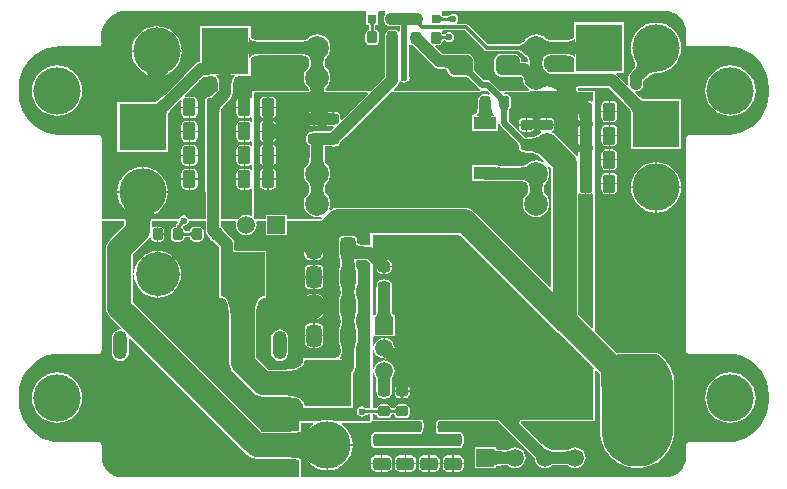
<source format=gtl>
G04*
G04 #@! TF.GenerationSoftware,Altium Limited,Altium Designer,20.2.5 (213)*
G04*
G04 Layer_Physical_Order=1*
G04 Layer_Color=255*
%FSLAX25Y25*%
%MOIN*%
G70*
G04*
G04 #@! TF.SameCoordinates,E7A29C4C-667B-4874-933E-F4189BEA85A9*
G04*
G04*
G04 #@! TF.FilePolarity,Positive*
G04*
G01*
G75*
%ADD10C,0.01181*%
%ADD12C,0.01000*%
G04:AMPARAMS|DCode=17|XSize=59.84mil|YSize=43.31mil|CornerRadius=10.83mil|HoleSize=0mil|Usage=FLASHONLY|Rotation=270.000|XOffset=0mil|YOffset=0mil|HoleType=Round|Shape=RoundedRectangle|*
%AMROUNDEDRECTD17*
21,1,0.05984,0.02165,0,0,270.0*
21,1,0.03819,0.04331,0,0,270.0*
1,1,0.02165,-0.01083,-0.01909*
1,1,0.02165,-0.01083,0.01909*
1,1,0.02165,0.01083,0.01909*
1,1,0.02165,0.01083,-0.01909*
%
%ADD17ROUNDEDRECTD17*%
%ADD18C,0.15748*%
G04:AMPARAMS|DCode=19|XSize=59.84mil|YSize=43.31mil|CornerRadius=10.83mil|HoleSize=0mil|Usage=FLASHONLY|Rotation=0.000|XOffset=0mil|YOffset=0mil|HoleType=Round|Shape=RoundedRectangle|*
%AMROUNDEDRECTD19*
21,1,0.05984,0.02165,0,0,0.0*
21,1,0.03819,0.04331,0,0,0.0*
1,1,0.02165,0.01909,-0.01083*
1,1,0.02165,-0.01909,-0.01083*
1,1,0.02165,-0.01909,0.01083*
1,1,0.02165,0.01909,0.01083*
%
%ADD19ROUNDEDRECTD19*%
%ADD20R,0.15748X0.15748*%
G04:AMPARAMS|DCode=21|XSize=39.37mil|YSize=35.43mil|CornerRadius=8.86mil|HoleSize=0mil|Usage=FLASHONLY|Rotation=270.000|XOffset=0mil|YOffset=0mil|HoleType=Round|Shape=RoundedRectangle|*
%AMROUNDEDRECTD21*
21,1,0.03937,0.01772,0,0,270.0*
21,1,0.02165,0.03543,0,0,270.0*
1,1,0.01772,-0.00886,-0.01083*
1,1,0.01772,-0.00886,0.01083*
1,1,0.01772,0.00886,0.01083*
1,1,0.01772,0.00886,-0.01083*
%
%ADD21ROUNDEDRECTD21*%
G04:AMPARAMS|DCode=22|XSize=39.37mil|YSize=35.43mil|CornerRadius=8.86mil|HoleSize=0mil|Usage=FLASHONLY|Rotation=180.000|XOffset=0mil|YOffset=0mil|HoleType=Round|Shape=RoundedRectangle|*
%AMROUNDEDRECTD22*
21,1,0.03937,0.01772,0,0,180.0*
21,1,0.02165,0.03543,0,0,180.0*
1,1,0.01772,-0.01083,0.00886*
1,1,0.01772,0.01083,0.00886*
1,1,0.01772,0.01083,-0.00886*
1,1,0.01772,-0.01083,-0.00886*
%
%ADD22ROUNDEDRECTD22*%
G04:AMPARAMS|DCode=23|XSize=70.87mil|YSize=51.18mil|CornerRadius=12.8mil|HoleSize=0mil|Usage=FLASHONLY|Rotation=270.000|XOffset=0mil|YOffset=0mil|HoleType=Round|Shape=RoundedRectangle|*
%AMROUNDEDRECTD23*
21,1,0.07087,0.02559,0,0,270.0*
21,1,0.04528,0.05118,0,0,270.0*
1,1,0.02559,-0.01280,-0.02264*
1,1,0.02559,-0.01280,0.02264*
1,1,0.02559,0.01280,0.02264*
1,1,0.02559,0.01280,-0.02264*
%
%ADD23ROUNDEDRECTD23*%
%ADD24R,0.03150X0.03150*%
G04:AMPARAMS|DCode=25|XSize=78.74mil|YSize=66.93mil|CornerRadius=16.73mil|HoleSize=0mil|Usage=FLASHONLY|Rotation=180.000|XOffset=0mil|YOffset=0mil|HoleType=Round|Shape=RoundedRectangle|*
%AMROUNDEDRECTD25*
21,1,0.07874,0.03347,0,0,180.0*
21,1,0.04528,0.06693,0,0,180.0*
1,1,0.03346,-0.02264,0.01673*
1,1,0.03346,0.02264,0.01673*
1,1,0.03346,0.02264,-0.01673*
1,1,0.03346,-0.02264,-0.01673*
%
%ADD25ROUNDEDRECTD25*%
%ADD26R,0.07677X0.04331*%
%ADD27R,0.15748X0.15748*%
%ADD34C,0.21260*%
G04:AMPARAMS|DCode=46|XSize=259.84mil|YSize=102.36mil|CornerRadius=51.18mil|HoleSize=0mil|Usage=FLASHONLY|Rotation=270.000|XOffset=0mil|YOffset=0mil|HoleType=Round|Shape=RoundedRectangle|*
%AMROUNDEDRECTD46*
21,1,0.25984,0.00000,0,0,270.0*
21,1,0.15748,0.10236,0,0,270.0*
1,1,0.10236,0.00000,-0.07874*
1,1,0.10236,0.00000,0.07874*
1,1,0.10236,0.00000,0.07874*
1,1,0.10236,0.00000,-0.07874*
%
%ADD46ROUNDEDRECTD46*%
%ADD47C,0.05906*%
%ADD48R,0.05906X0.05906*%
%ADD49C,0.03150*%
%ADD50C,0.03937*%
%ADD51C,0.07874*%
%ADD52C,0.01968*%
%ADD53C,0.02756*%
%ADD54C,0.03150*%
%ADD55O,0.04724X0.09449*%
%ADD56C,0.14630*%
%ADD57R,0.14630X0.14630*%
%ADD58R,0.05906X0.05906*%
%ADD59C,0.07874*%
%ADD60C,0.02362*%
%ADD61C,0.03937*%
G36*
X117365Y153012D02*
X117298Y153074D01*
X117225Y153129D01*
X117147Y153179D01*
X117062Y153221D01*
X116971Y153257D01*
X116875Y153286D01*
X116772Y153309D01*
X116664Y153325D01*
X116550Y153335D01*
X116430Y153339D01*
Y154339D01*
X116550Y154342D01*
X116664Y154352D01*
X116772Y154368D01*
X116875Y154391D01*
X116971Y154420D01*
X117062Y154456D01*
X117147Y154499D01*
X117225Y154548D01*
X117298Y154603D01*
X117365Y154665D01*
Y153012D01*
D02*
G37*
G36*
X113974Y154744D02*
X114004Y154659D01*
X114054Y154584D01*
X114124Y154519D01*
X114214Y154464D01*
X114324Y154419D01*
X114454Y154384D01*
X114604Y154359D01*
X114774Y154344D01*
X114964Y154339D01*
Y153339D01*
X114774Y153334D01*
X114604Y153319D01*
X114454Y153294D01*
X114324Y153259D01*
X114214Y153214D01*
X114124Y153159D01*
X114054Y153094D01*
X114004Y153019D01*
X113974Y152934D01*
X113964Y152839D01*
Y154839D01*
X113974Y154744D01*
D02*
G37*
G36*
X107665Y152374D02*
X107677Y151772D01*
X106496D01*
X106484Y152386D01*
X107665Y152374D01*
D02*
G37*
G36*
X92145Y152376D02*
X92060Y152346D01*
X91985Y152295D01*
X91920Y152224D01*
X91865Y152133D01*
X91820Y152022D01*
X91785Y151890D01*
X91760Y151739D01*
X91745Y151567D01*
X91740Y151374D01*
X90740D01*
X90735Y151567D01*
X90720Y151739D01*
X90695Y151890D01*
X90660Y152022D01*
X90615Y152133D01*
X90560Y152224D01*
X90495Y152295D01*
X90420Y152346D01*
X90335Y152376D01*
X90240Y152386D01*
X92240D01*
X92145Y152376D01*
D02*
G37*
G36*
X91745Y150415D02*
X91760Y150239D01*
X91785Y150084D01*
X91820Y149949D01*
X91865Y149836D01*
X91919Y149742D01*
X91984Y149670D01*
X92059Y149618D01*
X92143Y149587D01*
X92238Y149577D01*
X90242D01*
X90337Y149587D01*
X90422Y149618D01*
X90496Y149670D01*
X90561Y149742D01*
X90616Y149836D01*
X90661Y149949D01*
X90695Y150084D01*
X90720Y150239D01*
X90735Y150415D01*
X90740Y150611D01*
X91740D01*
X91745Y150415D01*
D02*
G37*
G36*
X114199Y148586D02*
X114229Y148501D01*
X114280Y148426D01*
X114351Y148361D01*
X114442Y148306D01*
X114553Y148261D01*
X114685Y148226D01*
X114837Y148201D01*
X115008Y148186D01*
X115162Y148182D01*
X115247Y148185D01*
X115361Y148195D01*
X115469Y148212D01*
X115570Y148236D01*
X115665Y148267D01*
X115754Y148304D01*
X115837Y148349D01*
X115914Y148400D01*
X115984Y148458D01*
X116048Y148523D01*
X116125Y146871D01*
X116055Y146930D01*
X115980Y146983D01*
X115900Y147029D01*
X115813Y147070D01*
X115721Y147104D01*
X115624Y147132D01*
X115521Y147153D01*
X115412Y147169D01*
X115298Y147178D01*
X115189Y147181D01*
X115008Y147176D01*
X114837Y147161D01*
X114685Y147136D01*
X114553Y147101D01*
X114442Y147056D01*
X114351Y147001D01*
X114280Y146936D01*
X114229Y146861D01*
X114199Y146776D01*
X114189Y146681D01*
Y148681D01*
X114199Y148586D01*
D02*
G37*
G36*
X128558Y143422D02*
X128558Y143422D01*
X128919Y143181D01*
X129344Y143097D01*
X139517D01*
X139553Y143079D01*
X139787Y143060D01*
X140005Y143011D01*
X140253Y142922D01*
X140529Y142792D01*
X140829Y142618D01*
X141153Y142399D01*
X141494Y142139D01*
X142253Y141469D01*
X142658Y141068D01*
X142672Y141062D01*
X142686Y141044D01*
X142688Y141042D01*
X142690Y141038D01*
X142816Y140895D01*
X142913Y140753D01*
X143004Y140579D01*
X143088Y140372D01*
X143162Y140131D01*
X143225Y139857D01*
X143244Y139737D01*
X143132Y139584D01*
X142948Y139428D01*
X142788Y139365D01*
X141986Y139525D01*
X140897D01*
Y140059D01*
X140728Y140907D01*
X140248Y141626D01*
X139529Y142106D01*
X138681Y142275D01*
X134153D01*
X133306Y142106D01*
X132587Y141626D01*
X132106Y140907D01*
X131938Y140059D01*
Y136713D01*
X132106Y135865D01*
X132587Y135146D01*
X133306Y134666D01*
X134153Y134497D01*
X137766D01*
X137795Y134491D01*
X140943D01*
X141398Y134037D01*
X141528Y133050D01*
X141975Y131971D01*
X142686Y131044D01*
X143498Y130421D01*
X143364Y129921D01*
X133851D01*
X133835Y129936D01*
X133807Y129947D01*
X130877Y132877D01*
X130386Y133205D01*
X129807Y133320D01*
X129807Y133320D01*
X128465D01*
X126374Y135412D01*
X126364Y135438D01*
X125663Y136193D01*
X125413Y136507D01*
X125217Y136788D01*
X125149Y136908D01*
Y140059D01*
X124980Y140907D01*
X124500Y141626D01*
X123781Y142106D01*
X122933Y142275D01*
X119320D01*
X119291Y142281D01*
X114617D01*
X112229Y144669D01*
X112420Y145131D01*
X113310D01*
X113851Y145239D01*
X114309Y145545D01*
X114615Y146003D01*
X114723Y146544D01*
Y146566D01*
X115201Y146640D01*
X115269Y146638D01*
X115352Y146631D01*
X115427Y146620D01*
X115493Y146606D01*
X115552Y146589D01*
X115604Y146570D01*
X115649Y146549D01*
X115689Y146526D01*
X115724Y146501D01*
X115775Y146458D01*
X115853Y146433D01*
X116273Y146153D01*
X116929Y146022D01*
X117585Y146153D01*
X118141Y146524D01*
X118513Y147080D01*
X118643Y147736D01*
X118513Y148392D01*
X118141Y148948D01*
X117585Y149320D01*
X116929Y149450D01*
X116273Y149320D01*
X115717Y148948D01*
X115697Y148917D01*
X115663Y148903D01*
X115619Y148858D01*
X115590Y148835D01*
X115558Y148813D01*
X115521Y148793D01*
X115477Y148775D01*
X115425Y148758D01*
X115364Y148744D01*
X115294Y148732D01*
X115215Y148725D01*
X115161Y148724D01*
X115039Y148727D01*
X114904Y148739D01*
X114798Y148756D01*
X114725Y148776D01*
X114708Y148783D01*
X114615Y149250D01*
X114468Y149471D01*
X114735Y149971D01*
X122010D01*
X128558Y143422D01*
D02*
G37*
G36*
X95465Y156012D02*
X95465D01*
Y155275D01*
X95214Y154900D01*
X95022Y153937D01*
X95214Y152974D01*
X95465Y152599D01*
Y151862D01*
X96201D01*
X96576Y151612D01*
X97539Y151420D01*
X100455D01*
Y149666D01*
X99955Y149514D01*
X99818Y149720D01*
X99360Y150026D01*
X98819Y150133D01*
X98040D01*
X97933Y150155D01*
X97826Y150133D01*
X97047D01*
X96507Y150026D01*
X96048Y149720D01*
X95742Y149261D01*
X95634Y148721D01*
Y148641D01*
X95608Y148601D01*
X95416Y147638D01*
Y134586D01*
X90751Y129921D01*
X75965D01*
X75686Y130279D01*
X75633Y130421D01*
X75696Y130579D01*
X75788Y130753D01*
X75885Y130895D01*
X76011Y131038D01*
X76013Y131042D01*
X76015Y131044D01*
X76726Y131971D01*
X77173Y133050D01*
X77326Y134209D01*
X77173Y135367D01*
X76726Y136446D01*
X76015Y137373D01*
X76013Y137375D01*
X76011Y137380D01*
X75885Y137522D01*
X75788Y137664D01*
X75696Y137838D01*
X75613Y138045D01*
X75539Y138286D01*
X75476Y138560D01*
X75427Y138861D01*
X75395Y139256D01*
X75426Y139550D01*
X75476Y139857D01*
X75539Y140131D01*
X75613Y140372D01*
X75696Y140579D01*
X75788Y140753D01*
X75885Y140895D01*
X76011Y141038D01*
X76013Y141042D01*
X76015Y141044D01*
X76726Y141971D01*
X77173Y143050D01*
X77326Y144209D01*
X77173Y145367D01*
X76726Y146446D01*
X76015Y147373D01*
X75088Y148084D01*
X74009Y148531D01*
X72850Y148684D01*
X71692Y148531D01*
X70613Y148084D01*
X69686Y147373D01*
X69684Y147371D01*
X69679Y147369D01*
X69537Y147243D01*
X69395Y147146D01*
X69221Y147055D01*
X69014Y146971D01*
X68773Y146897D01*
X68499Y146835D01*
X68198Y146786D01*
X67475Y146726D01*
X67458Y146725D01*
X53856D01*
X53403Y146737D01*
X52768Y146793D01*
X52223Y146884D01*
X51767Y147006D01*
X51405Y147154D01*
X51133Y147320D01*
X50943Y147496D01*
X50818Y147681D01*
X50744Y147892D01*
X50711Y148203D01*
X50697Y148229D01*
Y151386D01*
X33949D01*
Y139602D01*
X33092Y139432D01*
X32275Y138886D01*
X28338Y134949D01*
X28338Y134949D01*
X22009Y128620D01*
X20613Y127322D01*
X19946Y126788D01*
X19339Y126365D01*
X18860Y126091D01*
X17001D01*
X16960Y126108D01*
X16918Y126091D01*
X16875Y126101D01*
X16858Y126091D01*
X6291D01*
Y109343D01*
X23039D01*
Y119909D01*
X23050Y119926D01*
X23039Y119969D01*
X23057Y120011D01*
X23039Y120052D01*
Y121911D01*
X23314Y122390D01*
X23733Y122991D01*
X24932Y124407D01*
X25412Y124904D01*
X27203Y126695D01*
X27664Y126449D01*
X27619Y126221D01*
Y124561D01*
X30065D01*
Y127834D01*
X29232D01*
X29004Y127789D01*
X28758Y128250D01*
X31898Y131390D01*
X31898Y131390D01*
X35098Y134589D01*
X36417D01*
X36660Y134638D01*
X38281D01*
X38329Y134612D01*
X38640Y134579D01*
X38851Y134504D01*
X39037Y134380D01*
X39212Y134191D01*
X39378Y133921D01*
X39526Y133559D01*
X39648Y133106D01*
X39738Y132562D01*
X39794Y131930D01*
X39806Y131477D01*
Y130275D01*
X39667Y130136D01*
X39013Y129501D01*
X38172Y128747D01*
X37488Y128206D01*
X37220Y128024D01*
X36998Y127896D01*
X36839Y127825D01*
X36693Y127788D01*
X36627Y127739D01*
X36489Y127711D01*
X35965Y127362D01*
X35615Y126838D01*
X35493Y126221D01*
Y122402D01*
X35615Y121784D01*
X35631Y121761D01*
X35657Y119695D01*
X35648Y118990D01*
X35642Y118906D01*
X35615Y118866D01*
X35493Y118248D01*
Y114429D01*
X35615Y113812D01*
X35631Y113788D01*
X35657Y111722D01*
X35648Y111017D01*
X35642Y110933D01*
X35615Y110893D01*
X35493Y110276D01*
Y106457D01*
X35615Y105839D01*
X35631Y105816D01*
X35657Y103750D01*
X35648Y103045D01*
X35642Y102961D01*
X35615Y102921D01*
X35493Y102303D01*
Y98484D01*
X35615Y97867D01*
X35631Y97843D01*
X35672Y94519D01*
Y87155D01*
X30159D01*
X30038Y87220D01*
X30028Y87270D01*
X29657Y87826D01*
X29101Y88198D01*
X28445Y88328D01*
X27789Y88198D01*
X27233Y87826D01*
X26928Y87370D01*
X26916Y87353D01*
X26908Y87347D01*
X26838Y87293D01*
X26707Y87221D01*
X26636Y87195D01*
X26328Y87145D01*
X26327Y87145D01*
X26274Y87135D01*
X26224Y87155D01*
X17872D01*
X17714Y87090D01*
X17549Y87048D01*
X17528Y87012D01*
X17490Y86997D01*
X17424Y86839D01*
X17337Y86692D01*
X17234Y85983D01*
X17111Y84239D01*
X17096Y83237D01*
X9222D01*
X9214Y84595D01*
X9075Y86651D01*
X8990Y86821D01*
X8918Y86997D01*
X8900Y87004D01*
X8891Y87022D01*
X8711Y87083D01*
X8535Y87155D01*
X1020D01*
Y114173D01*
X942Y114563D01*
X721Y114894D01*
X390Y115115D01*
X0Y115193D01*
X-13684D01*
X-13710Y115220D01*
Y115220D01*
X-13710Y115220D01*
X-14952Y115318D01*
X-17056Y115823D01*
X-19055Y116651D01*
X-20900Y117781D01*
X-22546Y119187D01*
X-23951Y120832D01*
X-25081Y122677D01*
X-25910Y124676D01*
X-26415Y126780D01*
X-26584Y128937D01*
X-26512Y129851D01*
X-26512D01*
X-26512Y129991D01*
X-26512D01*
X-26539Y130330D01*
X-26539Y130330D01*
X-26541Y130349D01*
X-26584Y130905D01*
X-26415Y133063D01*
X-25910Y135167D01*
X-25081Y137166D01*
X-23951Y139011D01*
X-22546Y140656D01*
X-20900Y142061D01*
X-19055Y143192D01*
X-17056Y144020D01*
X-14952Y144525D01*
X-13710Y144623D01*
X-13710Y144623D01*
Y144623D01*
X-13684Y144650D01*
X0D01*
X390Y144727D01*
X721Y144948D01*
X942Y145279D01*
X1020Y145669D01*
X988Y145867D01*
X939Y146348D01*
X812Y147638D01*
X985Y149400D01*
X1499Y151094D01*
X2334Y152655D01*
X3457Y154024D01*
X4825Y155147D01*
X6386Y155981D01*
X7967Y156461D01*
X89042D01*
X89165Y156012D01*
X89165Y155961D01*
Y151862D01*
X90141D01*
X90146Y151850D01*
X90165Y151777D01*
X90183Y151671D01*
X90195Y151536D01*
X90199Y151360D01*
X90221Y151312D01*
Y150673D01*
X90199Y150625D01*
X90195Y150445D01*
X90183Y150305D01*
X90165Y150195D01*
X90145Y150117D01*
X90134Y150090D01*
X89814Y150026D01*
X89355Y149720D01*
X89049Y149261D01*
X88941Y148721D01*
Y146555D01*
X89049Y146014D01*
X89355Y145556D01*
X89814Y145250D01*
X90354Y145142D01*
X92126D01*
X92667Y145250D01*
X93125Y145556D01*
X93431Y146014D01*
X93539Y146555D01*
Y148721D01*
X93431Y149261D01*
X93125Y149720D01*
X92667Y150026D01*
X92346Y150090D01*
X92335Y150117D01*
X92315Y150195D01*
X92298Y150305D01*
X92286Y150445D01*
X92281Y150625D01*
X92260Y150673D01*
Y151312D01*
X92281Y151360D01*
X92286Y151536D01*
X92298Y151671D01*
X92315Y151777D01*
X92335Y151850D01*
X92339Y151862D01*
X93315D01*
Y155961D01*
X93315Y156012D01*
X93438Y156461D01*
X95341D01*
X95465Y156012D01*
D02*
G37*
G36*
X143039Y145018D02*
X143366Y145088D01*
X143724Y145192D01*
X144025Y145313D01*
X144271Y145449D01*
X144459Y145601D01*
Y142816D01*
X144271Y142968D01*
X144025Y143105D01*
X143724Y143225D01*
X143366Y143329D01*
X143039Y143399D01*
Y141453D01*
X142622Y141864D01*
X141838Y142557D01*
X141469Y142839D01*
X141117Y143077D01*
X140780Y143272D01*
X140460Y143423D01*
X140156Y143532D01*
X139868Y143596D01*
X139596Y143618D01*
Y144799D01*
X139868Y144821D01*
X140156Y144886D01*
X140460Y144994D01*
X140780Y145146D01*
X141117Y145341D01*
X141469Y145579D01*
X141838Y145860D01*
X142622Y146553D01*
X143039Y146965D01*
Y145018D01*
D02*
G37*
G36*
X148830Y146815D02*
X149027Y146681D01*
X149252Y146563D01*
X149506Y146461D01*
X149788Y146374D01*
X150098Y146303D01*
X150437Y146248D01*
X150803Y146209D01*
X151622Y146177D01*
Y142240D01*
X151199Y142232D01*
X150437Y142169D01*
X150098Y142114D01*
X149788Y142043D01*
X149506Y141957D01*
X149252Y141854D01*
X149027Y141736D01*
X148830Y141602D01*
X148662Y141453D01*
Y146965D01*
X148830Y146815D01*
D02*
G37*
G36*
X70039Y141453D02*
X69870Y141602D01*
X69673Y141736D01*
X69448Y141854D01*
X69195Y141957D01*
X68913Y142043D01*
X68603Y142114D01*
X68264Y142169D01*
X67897Y142209D01*
X67079Y142240D01*
Y146177D01*
X67502Y146185D01*
X68264Y146248D01*
X68603Y146303D01*
X68913Y146374D01*
X69195Y146461D01*
X69448Y146563D01*
X69673Y146681D01*
X69870Y146815D01*
X70039Y146965D01*
Y141453D01*
D02*
G37*
G36*
X158981Y140272D02*
X158941Y140646D01*
X158823Y140980D01*
X158625Y141276D01*
X158349Y141532D01*
X157993Y141748D01*
X157559Y141925D01*
X157046Y142063D01*
X156453Y142161D01*
X155782Y142220D01*
X155032Y142240D01*
Y146177D01*
X155782Y146197D01*
X156453Y146256D01*
X157046Y146354D01*
X157559Y146492D01*
X157993Y146669D01*
X158349Y146886D01*
X158625Y147142D01*
X158823Y147437D01*
X158941Y147772D01*
X158981Y148146D01*
Y140272D01*
D02*
G37*
G36*
X50212Y147772D02*
X50331Y147437D01*
X50528Y147142D01*
X50805Y146886D01*
X51160Y146669D01*
X51595Y146492D01*
X52108Y146354D01*
X52700Y146256D01*
X53372Y146197D01*
X54122Y146177D01*
Y142240D01*
X53372Y142220D01*
X52700Y142161D01*
X52108Y142063D01*
X51595Y141925D01*
X51160Y141748D01*
X50805Y141532D01*
X50528Y141276D01*
X50331Y140980D01*
X50212Y140646D01*
X50173Y140272D01*
Y148146D01*
X50212Y147772D01*
D02*
G37*
G36*
X148457Y141228D02*
X148323Y141032D01*
X148205Y140806D01*
X148102Y140553D01*
X148016Y140271D01*
X147945Y139961D01*
X147890Y139622D01*
X147851Y139262D01*
X147890Y138795D01*
X147945Y138456D01*
X148016Y138146D01*
X148102Y137864D01*
X148205Y137611D01*
X148323Y137386D01*
X148457Y137189D01*
X148606Y137020D01*
X143095D01*
X143244Y137189D01*
X143378Y137386D01*
X143496Y137611D01*
X143598Y137864D01*
X143685Y138146D01*
X143756Y138456D01*
X143811Y138795D01*
X143850Y139155D01*
X143811Y139622D01*
X143756Y139961D01*
X143685Y140271D01*
X143598Y140553D01*
X143496Y140806D01*
X143378Y141032D01*
X143244Y141228D01*
X143095Y141397D01*
X148606D01*
X148457Y141228D01*
D02*
G37*
G36*
X75457D02*
X75323Y141032D01*
X75205Y140806D01*
X75102Y140553D01*
X75016Y140271D01*
X74945Y139961D01*
X74890Y139622D01*
X74851Y139262D01*
X74890Y138795D01*
X74945Y138456D01*
X75016Y138146D01*
X75102Y137864D01*
X75205Y137611D01*
X75323Y137386D01*
X75457Y137189D01*
X75606Y137020D01*
X70095D01*
X70244Y137189D01*
X70378Y137386D01*
X70496Y137611D01*
X70598Y137864D01*
X70685Y138146D01*
X70756Y138456D01*
X70811Y138795D01*
X70850Y139155D01*
X70811Y139622D01*
X70756Y139961D01*
X70685Y140271D01*
X70598Y140553D01*
X70496Y140806D01*
X70378Y141032D01*
X70244Y141228D01*
X70095Y141397D01*
X75606D01*
X75457Y141228D01*
D02*
G37*
G36*
X115095Y141730D02*
X117536Y141590D01*
X117589Y141552D01*
X117568Y141510D01*
X116755Y136610D01*
X116759Y136835D01*
X116691Y137037D01*
X116552Y137215D01*
X116341Y137369D01*
X116059Y137499D01*
X115705Y137606D01*
X115279Y137689D01*
X114783Y137748D01*
X114214Y137783D01*
X113575Y137795D01*
X114451Y141732D01*
X115095Y141730D01*
D02*
G37*
G36*
X155751Y141680D02*
X156385Y141624D01*
X156931Y141533D01*
X157386Y141411D01*
X157749Y141263D01*
X158021Y141097D01*
X158211Y140922D01*
X158335Y140736D01*
X158410Y140525D01*
X158442Y140215D01*
X158457Y140189D01*
Y135972D01*
X151645D01*
X151560Y135974D01*
X151198Y136001D01*
X150872Y136044D01*
X150583Y136102D01*
X150330Y136175D01*
X150115Y136259D01*
X149937Y136353D01*
X149793Y136454D01*
X149679Y136561D01*
X149564Y136709D01*
X149495Y136748D01*
X149015Y137373D01*
X149013Y137375D01*
X149011Y137380D01*
X148885Y137522D01*
X148788Y137664D01*
X148696Y137838D01*
X148613Y138045D01*
X148539Y138286D01*
X148476Y138560D01*
X148427Y138861D01*
X148395Y139256D01*
X148426Y139550D01*
X148476Y139857D01*
X148539Y140131D01*
X148613Y140372D01*
X148696Y140579D01*
X148788Y140753D01*
X148885Y140895D01*
X149011Y141038D01*
X149013Y141042D01*
X149015Y141044D01*
X149017Y141046D01*
X149021Y141048D01*
X149164Y141174D01*
X149306Y141271D01*
X149480Y141363D01*
X149687Y141446D01*
X149928Y141520D01*
X150202Y141583D01*
X150503Y141632D01*
X151226Y141692D01*
X151243Y141692D01*
X155298D01*
X155751Y141680D01*
D02*
G37*
G36*
X188976Y156461D02*
Y156461D01*
X189458Y156416D01*
X190314Y156332D01*
X191601Y155941D01*
X192786Y155308D01*
X193825Y154455D01*
X194678Y153416D01*
X195311Y152230D01*
X195702Y150944D01*
X195833Y149615D01*
X195831Y149606D01*
Y145669D01*
X195908Y145279D01*
X196129Y144948D01*
X196460Y144727D01*
X196850Y144650D01*
X210535D01*
X210560Y144623D01*
Y144623D01*
X210560Y144623D01*
X211803Y144525D01*
X213907Y144020D01*
X215906Y143192D01*
X217751Y142061D01*
X219396Y140656D01*
X220801Y139011D01*
X221932Y137166D01*
X222760Y135167D01*
X223265Y133063D01*
X223435Y130905D01*
X223363Y129991D01*
X223363D01*
X223363Y129851D01*
X223363D01*
X223389Y129513D01*
X223389Y129512D01*
X223391Y129493D01*
X223435Y128937D01*
X223265Y126780D01*
X222760Y124676D01*
X221932Y122677D01*
X220801Y120832D01*
X219396Y119187D01*
X217751Y117781D01*
X215906Y116651D01*
X213907Y115823D01*
X211803Y115318D01*
X210560Y115220D01*
X210560Y115220D01*
Y115220D01*
X210535Y115193D01*
X196850D01*
X196460Y115115D01*
X196129Y114894D01*
X195908Y114563D01*
X195831Y114173D01*
Y43307D01*
X195908Y42917D01*
X196129Y42586D01*
X196460Y42365D01*
X196850Y42287D01*
X210535D01*
X210560Y42260D01*
Y42260D01*
X210560Y42260D01*
X211803Y42163D01*
X213907Y41658D01*
X215906Y40830D01*
X217751Y39699D01*
X219396Y38294D01*
X220801Y36648D01*
X221932Y34803D01*
X222760Y32804D01*
X223265Y30700D01*
X223435Y28543D01*
X223363Y27629D01*
X223363D01*
X223363Y27489D01*
X223363D01*
X223389Y27151D01*
X223389Y27150D01*
X223391Y27131D01*
X223435Y26575D01*
X223265Y24418D01*
X222760Y22314D01*
X221932Y20315D01*
X220801Y18470D01*
X219396Y16825D01*
X217751Y15419D01*
X215906Y14289D01*
X213907Y13461D01*
X211803Y12956D01*
X210560Y12858D01*
X210560Y12858D01*
Y12858D01*
X210535Y12831D01*
X196850D01*
X196460Y12753D01*
X196129Y12532D01*
X195908Y12201D01*
X195831Y11811D01*
Y7874D01*
X195831Y7874D01*
X195831D01*
X195785Y7384D01*
X195702Y6536D01*
X195311Y5250D01*
X194678Y4064D01*
X193825Y3025D01*
X192786Y2173D01*
X191601Y1539D01*
X190314Y1149D01*
X188985Y1018D01*
X188976Y1020D01*
X67470D01*
Y6765D01*
X67410Y6910D01*
X67380Y7064D01*
X67333Y7096D01*
X67312Y7147D01*
X67167Y7208D01*
X67036Y7295D01*
X66929Y7317D01*
Y7317D01*
X66480Y7407D01*
X65374Y7568D01*
X62927Y7753D01*
X61586Y7776D01*
Y15650D01*
X62927Y15673D01*
X65374Y15857D01*
X66480Y16018D01*
X66929Y16108D01*
Y16108D01*
X67036Y16130D01*
X67167Y16218D01*
X67312Y16278D01*
X67333Y16330D01*
X67380Y16361D01*
X67410Y16515D01*
X67470Y16660D01*
Y19144D01*
X71447D01*
X71525Y18644D01*
X70330Y17663D01*
X69755Y16963D01*
X70124Y17123D01*
X70839Y17515D01*
X71476Y17952D01*
Y11963D01*
X76279D01*
X84669D01*
X84532Y13354D01*
X84053Y14933D01*
X83276Y16387D01*
X82230Y17663D01*
X81034Y18644D01*
X81112Y19144D01*
X90551D01*
X90934Y19302D01*
X91092Y19685D01*
X107632D01*
X107687Y19535D01*
X107757Y19290D01*
X107815Y19011D01*
X107861Y18706D01*
X107875Y18523D01*
X107830Y17950D01*
X107760Y17485D01*
X107670Y17052D01*
X107561Y16656D01*
X107435Y16296D01*
X107321Y16038D01*
X105620Y16017D01*
X104915Y16025D01*
X104831Y16031D01*
X104791Y16058D01*
X104173Y16181D01*
X100354D01*
X99737Y16058D01*
X99713Y16042D01*
X97697Y16017D01*
X97041Y16025D01*
X96957Y16031D01*
X96917Y16058D01*
X96299Y16181D01*
X92480D01*
X91863Y16058D01*
X91339Y15708D01*
X90990Y15184D01*
X90867Y14567D01*
Y12402D01*
X90990Y11784D01*
X91339Y11260D01*
X91863Y10911D01*
X92480Y10788D01*
X96299D01*
X96917Y10911D01*
X96940Y10926D01*
X98957Y10951D01*
X99613Y10943D01*
X99696Y10938D01*
X99737Y10911D01*
X100354Y10788D01*
X104173D01*
X104791Y10911D01*
X104814Y10926D01*
X106880Y10952D01*
X107585Y10943D01*
X107669Y10938D01*
X107709Y10911D01*
X108327Y10788D01*
X112146D01*
X112763Y10911D01*
X112787Y10926D01*
X114853Y10952D01*
X115558Y10943D01*
X115641Y10938D01*
X115682Y10911D01*
X116299Y10788D01*
X120118D01*
X120736Y10911D01*
X121259Y11260D01*
X121609Y11784D01*
X121732Y12402D01*
Y14567D01*
X121609Y15184D01*
X121259Y15708D01*
X120736Y16058D01*
X120118Y16181D01*
X116299D01*
X115682Y16058D01*
X115658Y16042D01*
X113592Y16017D01*
X113257Y16021D01*
X113255Y16027D01*
X113176Y16354D01*
X113109Y16728D01*
X112994Y18288D01*
X113013Y18455D01*
X113066Y18758D01*
X113132Y19027D01*
X113210Y19262D01*
X113298Y19463D01*
X113393Y19630D01*
X113434Y19685D01*
X133212D01*
X144710Y8187D01*
X145212Y7661D01*
X145391Y7452D01*
X145416Y7418D01*
X145514Y6677D01*
X145862Y5838D01*
X146415Y5116D01*
X147137Y4563D01*
X147977Y4215D01*
X148878Y4096D01*
X149779Y4215D01*
X150619Y4563D01*
X151162Y4979D01*
X152729Y5062D01*
X155501D01*
X156228Y5045D01*
X156502Y5024D01*
X156544Y5018D01*
X157137Y4563D01*
X157977Y4215D01*
X158878Y4096D01*
X159779Y4215D01*
X160619Y4563D01*
X161340Y5116D01*
X161894Y5838D01*
X162242Y6677D01*
X162361Y7579D01*
X162242Y8480D01*
X161894Y9320D01*
X161340Y10041D01*
X160619Y10595D01*
X159779Y10943D01*
X158878Y11061D01*
X157977Y10943D01*
X157137Y10595D01*
X156594Y10178D01*
X155027Y10096D01*
X152255D01*
X151528Y10113D01*
X151254Y10134D01*
X151212Y10140D01*
X150619Y10595D01*
X149779Y10943D01*
X149101Y11032D01*
X147934Y12082D01*
X140793Y19223D01*
X140984Y19685D01*
X165354D01*
Y36620D01*
X165816Y36811D01*
X167178Y35449D01*
Y32960D01*
X167175Y32952D01*
Y32224D01*
Y16476D01*
Y15547D01*
X167192Y15506D01*
X167182Y15462D01*
X167473Y13626D01*
X167496Y13588D01*
X167493Y13543D01*
X168067Y11775D01*
X168096Y11741D01*
X168100Y11697D01*
X168944Y10040D01*
X168978Y10011D01*
X168988Y9968D01*
X170081Y8464D01*
X170119Y8441D01*
X170136Y8399D01*
X171450Y7085D01*
X171492Y7068D01*
X171515Y7030D01*
X173019Y5937D01*
X173063Y5926D01*
X173091Y5892D01*
X174748Y5049D01*
X174793Y5045D01*
X174826Y5016D01*
X176595Y4442D01*
X176639Y4445D01*
X176677Y4422D01*
X178513Y4131D01*
X178557Y4141D01*
X178598Y4124D01*
X180457D01*
X180498Y4141D01*
X180542Y4131D01*
X182378Y4422D01*
X182416Y4445D01*
X182460Y4442D01*
X184229Y5016D01*
X184263Y5045D01*
X184307Y5049D01*
X185964Y5892D01*
X185993Y5926D01*
X186036Y5937D01*
X187540Y7030D01*
X187563Y7068D01*
X187605Y7085D01*
X188919Y8399D01*
X188936Y8441D01*
X188974Y8464D01*
X190067Y9968D01*
X190077Y10011D01*
X190111Y10040D01*
X190955Y11697D01*
X190959Y11741D01*
X190988Y11775D01*
X191562Y13543D01*
X191559Y13588D01*
X191582Y13626D01*
X191873Y15462D01*
X191863Y15506D01*
X191880Y15547D01*
Y16476D01*
Y32224D01*
X191880Y32224D01*
X191880Y32952D01*
X191866Y32985D01*
X191876Y33019D01*
X191697Y34464D01*
X191679Y34495D01*
X191685Y34530D01*
X191330Y35942D01*
X191308Y35970D01*
X191309Y36005D01*
X190784Y37363D01*
X190759Y37389D01*
X190756Y37424D01*
X190067Y38707D01*
X190040Y38729D01*
X190032Y38764D01*
X189191Y39953D01*
X189161Y39971D01*
X189149Y40005D01*
X188169Y41081D01*
X188137Y41096D01*
X188121Y41127D01*
X187015Y42075D01*
X186982Y42086D01*
X186962Y42116D01*
X186355Y42518D01*
X186201Y42548D01*
X186056Y42608D01*
X172999D01*
X172854Y42548D01*
X172757Y42529D01*
X165354Y49931D01*
Y129921D01*
X159984D01*
X159750Y130297D01*
X159931Y130760D01*
X160208Y130846D01*
X160724Y130919D01*
X161221Y130938D01*
X170030D01*
X174924Y126045D01*
X176221Y124648D01*
X176755Y123981D01*
X177178Y123375D01*
X177453Y122895D01*
Y121037D01*
X177436Y120995D01*
X177453Y120954D01*
X177442Y120910D01*
X177453Y120893D01*
Y110327D01*
X194201D01*
Y127075D01*
X183634D01*
X183617Y127085D01*
X183574Y127075D01*
X183533Y127092D01*
X183491Y127075D01*
X181632D01*
X181153Y127350D01*
X180553Y127768D01*
X179136Y128968D01*
X178888Y129207D01*
X179130Y129669D01*
X179134Y129668D01*
X180097Y129860D01*
X180914Y130405D01*
X181459Y131222D01*
X181651Y132185D01*
Y133261D01*
X181955Y133565D01*
X182205Y133805D01*
X182681Y134221D01*
X183147Y134585D01*
X183602Y134900D01*
X184045Y135166D01*
X184476Y135382D01*
X184894Y135550D01*
X185299Y135672D01*
X185692Y135748D01*
X186103Y135783D01*
X186155Y135810D01*
X186213Y135804D01*
X186230Y135818D01*
X187468Y135940D01*
X189047Y136419D01*
X190502Y137197D01*
X191777Y138243D01*
X192823Y139518D01*
X193601Y140973D01*
X194080Y142551D01*
X194241Y144193D01*
X194080Y145835D01*
X193601Y147413D01*
X192823Y148868D01*
X191777Y150143D01*
X190502Y151189D01*
X189047Y151967D01*
X187468Y152446D01*
X185827Y152607D01*
X184185Y152446D01*
X182607Y151967D01*
X181152Y151189D01*
X179877Y150143D01*
X178830Y148868D01*
X178053Y147413D01*
X177574Y145835D01*
X177412Y144193D01*
X177574Y142551D01*
X178053Y140973D01*
X178610Y139930D01*
X178607Y139902D01*
X178640Y139863D01*
X178644Y139813D01*
X178813Y139480D01*
X178902Y139185D01*
X178935Y138881D01*
X178913Y138558D01*
X178831Y138209D01*
X178682Y137833D01*
X178463Y137430D01*
X178170Y137001D01*
X177802Y136550D01*
X177512Y136242D01*
X177354Y136084D01*
X177271Y135959D01*
X177268Y135956D01*
X177267Y135953D01*
X176809Y135267D01*
X176617Y134304D01*
Y132185D01*
X176627Y132137D01*
X176186Y131901D01*
X172852Y135235D01*
X172579Y135417D01*
X172731Y135917D01*
X175205D01*
Y152665D01*
X158457D01*
Y148229D01*
X158442Y148203D01*
X158410Y147892D01*
X158335Y147681D01*
X158211Y147496D01*
X158021Y147320D01*
X157749Y147154D01*
X157386Y147006D01*
X156931Y146884D01*
X156385Y146793D01*
X155751Y146737D01*
X155298Y146725D01*
X151446D01*
X150843Y146749D01*
X150509Y146785D01*
X150202Y146835D01*
X149928Y146897D01*
X149687Y146971D01*
X149480Y147055D01*
X149306Y147146D01*
X149164Y147243D01*
X149021Y147369D01*
X149017Y147371D01*
X149015Y147373D01*
X148088Y148084D01*
X147009Y148531D01*
X145850Y148684D01*
X144692Y148531D01*
X143613Y148084D01*
X142686Y147373D01*
X142672Y147355D01*
X142658Y147350D01*
X142253Y146949D01*
X141494Y146279D01*
X141153Y146018D01*
X140829Y145799D01*
X140529Y145625D01*
X140253Y145495D01*
X140005Y145407D01*
X139787Y145357D01*
X139553Y145339D01*
X139517Y145321D01*
X129805D01*
X123257Y151869D01*
X122896Y152110D01*
X122470Y152195D01*
X122470Y152195D01*
X119674D01*
X119544Y152417D01*
X119466Y152695D01*
X119792Y153183D01*
X119923Y153839D01*
X119792Y154495D01*
X119421Y155051D01*
X118865Y155422D01*
X118209Y155553D01*
X117553Y155422D01*
X117035Y155076D01*
X116997Y155062D01*
X116949Y155018D01*
X116918Y154994D01*
X116882Y154971D01*
X116840Y154951D01*
X116792Y154931D01*
X116737Y154915D01*
X116673Y154900D01*
X116601Y154889D01*
X116519Y154882D01*
X116415Y154880D01*
X116367Y154858D01*
X115027D01*
X114979Y154880D01*
X114805Y154884D01*
X114673Y154896D01*
X114569Y154913D01*
X114498Y154932D01*
X114478Y154940D01*
X114476Y154944D01*
Y156012D01*
X114476D01*
X114600Y156461D01*
X188485D01*
X188976Y156461D01*
D02*
G37*
G36*
X186057Y136322D02*
X185617Y136285D01*
X185169Y136198D01*
X184715Y136061D01*
X184253Y135875D01*
X183784Y135640D01*
X183309Y135355D01*
X182826Y135021D01*
X182336Y134638D01*
X181840Y134205D01*
X181336Y133722D01*
X177742Y135696D01*
X178209Y136193D01*
X178604Y136677D01*
X178925Y137147D01*
X179173Y137604D01*
X179348Y138047D01*
X179450Y138476D01*
X179479Y138892D01*
X179434Y139294D01*
X179317Y139683D01*
X179126Y140058D01*
X186057Y136322D01*
D02*
G37*
G36*
X124486Y137669D02*
X124431Y137490D01*
X124430Y137284D01*
X124485Y137050D01*
X124594Y136788D01*
X124759Y136499D01*
X124979Y136183D01*
X125253Y135840D01*
X125968Y135070D01*
X124576Y133678D01*
X124177Y134063D01*
X123462Y134667D01*
X123146Y134887D01*
X122857Y135051D01*
X122596Y135161D01*
X122362Y135215D01*
X122156Y135215D01*
X121976Y135160D01*
X121825Y135049D01*
X124597Y137821D01*
X124486Y137669D01*
D02*
G37*
G36*
X104305Y145239D02*
X104623Y145175D01*
X106365Y143433D01*
X106404Y143375D01*
X111795Y137984D01*
X112611Y137438D01*
X113451Y137272D01*
X113457Y137267D01*
X113466Y137269D01*
X113575Y137247D01*
X113956D01*
X114193Y137242D01*
X114734Y137209D01*
X115195Y137154D01*
X115575Y137080D01*
X115866Y136992D01*
X116065Y136900D01*
X116172Y136822D01*
X116190Y136799D01*
Y136713D01*
X116358Y135865D01*
X116839Y135146D01*
X117558Y134666D01*
X118405Y134497D01*
X122737D01*
X122857Y134428D01*
X123133Y134237D01*
X123814Y133661D01*
X124200Y133289D01*
X124228Y133278D01*
X126768Y130737D01*
X126768Y130737D01*
X127241Y130421D01*
X127249Y130384D01*
X127143Y129921D01*
X98523D01*
X98332Y130383D01*
X99713Y131764D01*
X100258Y132580D01*
X100316Y132868D01*
X100847Y132979D01*
X101313Y132668D01*
X101969Y132538D01*
X102624Y132668D01*
X103181Y133040D01*
X103552Y133596D01*
X103682Y134252D01*
X103552Y134908D01*
X103482Y135013D01*
Y145233D01*
X103537Y145280D01*
X103982Y145454D01*
X104305Y145239D01*
D02*
G37*
G36*
X45886Y135110D02*
X45551Y134992D01*
X45256Y134795D01*
X45000Y134520D01*
X44783Y134166D01*
X44606Y133732D01*
X44469Y133221D01*
X44370Y132630D01*
X44311Y131961D01*
X44291Y131213D01*
X40354D01*
X40335Y131961D01*
X40276Y132630D01*
X40177Y133221D01*
X40039Y133732D01*
X39862Y134166D01*
X39646Y134520D01*
X39390Y134795D01*
X39094Y134992D01*
X38760Y135110D01*
X38386Y135150D01*
X46260D01*
X45886Y135110D01*
D02*
G37*
G36*
X149278Y136195D02*
X149451Y136033D01*
X149655Y135890D01*
X149890Y135766D01*
X150156Y135662D01*
X150454Y135576D01*
X150783Y135510D01*
X151143Y135462D01*
X151534Y135433D01*
X151957Y135424D01*
X151782Y134659D01*
X152706Y135424D01*
X161396Y131487D01*
X160675Y131459D01*
X160090Y131376D01*
X159638Y131236D01*
X159321Y131041D01*
X159139Y130791D01*
X159091Y130485D01*
X159177Y130123D01*
X159283Y129921D01*
X159346D01*
X159525Y129635D01*
X159577Y129598D01*
X159601Y129539D01*
X159740Y129481D01*
X159862Y129394D01*
X159925Y129405D01*
X159984Y129380D01*
X164813D01*
Y126459D01*
X164313Y126192D01*
X164102Y126333D01*
X163484Y126456D01*
X162841D01*
X163405Y126089D01*
X163723Y125916D01*
X164024Y125778D01*
X162652Y123934D01*
Y122933D01*
Y121411D01*
X164370D01*
X164382Y120484D01*
X164419D01*
X164410Y120432D01*
X164402Y120303D01*
X164393Y119631D01*
X164813Y119407D01*
Y118487D01*
X164409Y118271D01*
X164419Y117410D01*
X164371D01*
X164370Y116482D01*
X162652D01*
Y114961D01*
Y113341D01*
X164370D01*
X164380Y112511D01*
X164419D01*
X164410Y112460D01*
X164402Y112331D01*
X164393Y111659D01*
X164813Y111434D01*
Y110416D01*
X164409Y110200D01*
X164419Y109339D01*
X164371D01*
X164370Y108510D01*
X162652D01*
Y106890D01*
X162152D01*
Y108510D01*
X160433D01*
X160423Y109339D01*
X160384D01*
X160393Y109391D01*
X160401Y109520D01*
X160408Y110094D01*
X160178Y109940D01*
X159828Y109417D01*
X159705Y108799D01*
Y108280D01*
X159205Y108154D01*
X158579Y108970D01*
X152574Y114976D01*
X151647Y115687D01*
X151203Y115871D01*
X151195Y115892D01*
X151190Y116418D01*
X151491Y116619D01*
X151797Y117077D01*
X151905Y117618D01*
Y118254D01*
X147986D01*
Y116795D01*
X147865Y116858D01*
X147702Y116914D01*
X147495Y116964D01*
X147246Y117007D01*
X147055Y117027D01*
X147328Y116619D01*
X147629Y116418D01*
X147624Y115892D01*
X147616Y115871D01*
X147172Y115687D01*
X146832Y115426D01*
X146740Y115406D01*
X146432Y115194D01*
X146119Y115015D01*
X145782Y114856D01*
X145421Y114716D01*
X145035Y114597D01*
X144623Y114499D01*
X144192Y114423D01*
X143225Y114332D01*
X143037Y114328D01*
X142717D01*
X142400Y114265D01*
X142207Y114400D01*
X141512Y114989D01*
X141119Y115369D01*
X141091Y115380D01*
X136749Y119721D01*
Y122223D01*
X136762Y122250D01*
X136767Y122592D01*
X136807Y123180D01*
X136839Y123411D01*
X136880Y123610D01*
X136925Y123771D01*
X136972Y123891D01*
X137015Y123969D01*
X137044Y124006D01*
X137103Y124056D01*
X137113Y124077D01*
X137135Y124086D01*
X137172Y124175D01*
X137427Y124558D01*
X137535Y125098D01*
Y127264D01*
X137427Y127805D01*
X137121Y128263D01*
X136663Y128569D01*
X136403Y128621D01*
X136363Y128646D01*
X136322Y128637D01*
X136312Y128639D01*
X136277Y128654D01*
X136263Y128649D01*
X136122Y128677D01*
X135466D01*
X135267Y128880D01*
X135478Y129380D01*
X143364D01*
X143495Y129434D01*
X143635Y129453D01*
X143680Y129511D01*
X143747Y129539D01*
X143801Y129669D01*
X143887Y129782D01*
X143924Y129921D01*
X144607D01*
X144692Y129886D01*
X145850Y129733D01*
X147009Y129886D01*
X147094Y129921D01*
X153197D01*
X152901Y130123D01*
X152263Y130485D01*
X151602Y130791D01*
X150919Y131041D01*
X150212Y131236D01*
X149482Y131376D01*
X149395Y131385D01*
X149205Y131357D01*
X148668Y131231D01*
X148444Y131153D01*
X148249Y131065D01*
X148083Y130966D01*
X148183Y131479D01*
X147954Y131487D01*
X148229Y131715D01*
X149137Y136376D01*
X149278Y136195D01*
D02*
G37*
G36*
X75457Y131228D02*
X75323Y131032D01*
X75205Y130807D01*
X75102Y130553D01*
X75016Y130271D01*
X74945Y129961D01*
X74938Y129921D01*
X75278D01*
X75538Y129588D01*
X75569Y129571D01*
X75582Y129539D01*
X75745Y129471D01*
X75899Y129384D01*
X75933Y129393D01*
X75965Y129380D01*
X89557D01*
X89748Y128918D01*
X81107Y120277D01*
X80645Y120468D01*
Y121358D01*
X80538Y121899D01*
X80231Y122357D01*
X79773Y122664D01*
X79232Y122771D01*
X78400D01*
Y120472D01*
X78150D01*
Y120222D01*
X75654D01*
Y119587D01*
X75761Y119046D01*
X76068Y118588D01*
X76526Y118281D01*
X77067Y118174D01*
X78277D01*
X78484Y117674D01*
X77195Y116384D01*
X71776D01*
X70813Y116192D01*
X70774Y116166D01*
X70694D01*
X70153Y116058D01*
X69695Y115752D01*
X69388Y115294D01*
X69281Y114753D01*
Y113974D01*
X69260Y113867D01*
X69281Y113760D01*
Y112981D01*
X69388Y112440D01*
X69695Y111982D01*
X70153Y111676D01*
X70333Y111640D01*
Y107805D01*
X70310Y107201D01*
X70275Y106867D01*
X70224Y106560D01*
X70162Y106286D01*
X70088Y106045D01*
X70004Y105838D01*
X69913Y105664D01*
X69816Y105522D01*
X69690Y105379D01*
X69688Y105375D01*
X69686Y105373D01*
X68975Y104446D01*
X68528Y103367D01*
X68375Y102209D01*
X68528Y101050D01*
X68975Y99971D01*
X69686Y99044D01*
X69688Y99042D01*
X69690Y99038D01*
X69816Y98895D01*
X69913Y98753D01*
X70004Y98579D01*
X70088Y98372D01*
X70162Y98131D01*
X70224Y97857D01*
X70273Y97557D01*
X70306Y97162D01*
X70275Y96867D01*
X70224Y96560D01*
X70162Y96286D01*
X70088Y96045D01*
X70004Y95838D01*
X69913Y95664D01*
X69816Y95522D01*
X69690Y95380D01*
X69688Y95375D01*
X69686Y95373D01*
X68975Y94446D01*
X68528Y93367D01*
X68375Y92209D01*
X68528Y91050D01*
X68975Y89971D01*
X69686Y89044D01*
X70613Y88333D01*
X71692Y87886D01*
X72850Y87733D01*
X74009Y87886D01*
X74178Y87956D01*
X74461Y87532D01*
X74084Y87155D01*
X62665D01*
Y88591D01*
X55760D01*
Y87155D01*
X52788D01*
X52737Y87134D01*
X52683Y87145D01*
X52643Y87118D01*
X52501Y87036D01*
X52406Y86997D01*
X51978Y87212D01*
X51966Y87221D01*
X51917Y87285D01*
Y129185D01*
X51998Y129380D01*
X69736D01*
X69768Y129393D01*
X69802Y129384D01*
X69956Y129471D01*
X70119Y129539D01*
X70132Y129571D01*
X70162Y129588D01*
X70423Y129921D01*
X70762D01*
X70756Y129961D01*
X70685Y130271D01*
X70598Y130553D01*
X70496Y130807D01*
X70378Y131032D01*
X70244Y131228D01*
X70095Y131397D01*
X75606D01*
X75457Y131228D01*
D02*
G37*
G36*
X130403Y129071D02*
X130157Y128610D01*
X129823Y128677D01*
X129044D01*
X128937Y128698D01*
X128830Y128677D01*
X128051D01*
X127510Y128569D01*
X127052Y128263D01*
X126746Y127805D01*
X126638Y127264D01*
Y127184D01*
X126612Y127144D01*
X126420Y126181D01*
X126420Y126181D01*
Y125100D01*
X126409Y124663D01*
X126356Y124029D01*
X126271Y123483D01*
X126155Y123027D01*
X126014Y122663D01*
X125857Y122391D01*
X125693Y122204D01*
X125524Y122085D01*
X125337Y122014D01*
X125050Y121983D01*
X125004Y121957D01*
X124598D01*
Y121515D01*
X124569Y121445D01*
X124581Y121415D01*
X124573Y121385D01*
X124598Y121338D01*
Y116626D01*
X133276D01*
Y118780D01*
X133776Y118830D01*
X133838Y118515D01*
X134166Y118024D01*
X138945Y113246D01*
X138955Y113219D01*
X139676Y112444D01*
X139936Y112121D01*
X140139Y111831D01*
X140221Y111690D01*
Y110925D01*
X140249Y110784D01*
X140244Y110770D01*
X140259Y110735D01*
X140261Y110725D01*
X140251Y110684D01*
X140277Y110644D01*
X140328Y110385D01*
X140635Y109926D01*
X141093Y109620D01*
X141634Y109512D01*
X141714D01*
X141753Y109486D01*
X142717Y109294D01*
X142864D01*
X143727Y109256D01*
X144185Y109201D01*
X144623Y109123D01*
X145035Y109025D01*
X145421Y108906D01*
X145782Y108766D01*
X146119Y108607D01*
X146432Y108428D01*
X146534Y108357D01*
X148470Y106422D01*
X148139Y106045D01*
X148088Y106084D01*
X147009Y106532D01*
X145850Y106684D01*
X144692Y106532D01*
X143613Y106084D01*
X142774Y105441D01*
X142741Y105430D01*
X142597Y105307D01*
X142453Y105213D01*
X142277Y105123D01*
X142068Y105042D01*
X141825Y104969D01*
X141549Y104908D01*
X141247Y104861D01*
X140521Y104802D01*
X140516Y104802D01*
X136275D01*
X134203Y104837D01*
X133750Y104867D01*
X133276Y104920D01*
Y105028D01*
X132826Y105053D01*
X132794Y105044D01*
X132764Y105057D01*
X132693Y105028D01*
X124598D01*
Y99697D01*
X132693D01*
X132764Y99668D01*
X132771Y99671D01*
X132778Y99668D01*
X136448Y99769D01*
X140206D01*
X140813Y99744D01*
X141145Y99708D01*
X141451Y99657D01*
X141723Y99593D01*
X141961Y99517D01*
X142166Y99432D01*
X142338Y99339D01*
X142478Y99240D01*
X142619Y99110D01*
X142642Y99102D01*
X142686Y99044D01*
X142688Y99042D01*
X142690Y99038D01*
X142816Y98895D01*
X142913Y98753D01*
X143004Y98579D01*
X143088Y98372D01*
X143162Y98131D01*
X143225Y97857D01*
X143273Y97557D01*
X143306Y97162D01*
X143274Y96867D01*
X143225Y96560D01*
X143162Y96286D01*
X143088Y96045D01*
X143004Y95838D01*
X142913Y95664D01*
X142816Y95522D01*
X142690Y95380D01*
X142688Y95375D01*
X142686Y95373D01*
X141975Y94446D01*
X141528Y93367D01*
X141375Y92209D01*
X141528Y91050D01*
X141975Y89971D01*
X142686Y89044D01*
X143613Y88333D01*
X144692Y87886D01*
X145850Y87733D01*
X147009Y87886D01*
X148088Y88333D01*
X149015Y89044D01*
X149726Y89971D01*
X150173Y91050D01*
X150326Y92209D01*
X150173Y93367D01*
X149726Y94446D01*
X149015Y95373D01*
X149013Y95375D01*
X149011Y95380D01*
X148885Y95522D01*
X148788Y95664D01*
X148696Y95838D01*
X148613Y96045D01*
X148539Y96286D01*
X148476Y96560D01*
X148427Y96861D01*
X148395Y97256D01*
X148426Y97550D01*
X148476Y97857D01*
X148539Y98131D01*
X148613Y98372D01*
X148696Y98579D01*
X148788Y98753D01*
X148885Y98895D01*
X149011Y99038D01*
X149013Y99042D01*
X149015Y99044D01*
X149726Y99971D01*
X150173Y101050D01*
X150326Y102209D01*
X150173Y103367D01*
X149726Y104446D01*
X149687Y104498D01*
X150064Y104828D01*
X150939Y103952D01*
Y64609D01*
X150477Y64417D01*
X125313Y89582D01*
X124386Y90293D01*
X123307Y90740D01*
X122148Y90893D01*
X79675D01*
X78517Y90740D01*
X77438Y90293D01*
X77384Y90252D01*
X76973Y90567D01*
X77173Y91050D01*
X77326Y92209D01*
X77173Y93367D01*
X76726Y94446D01*
X76015Y95373D01*
X76013Y95375D01*
X76011Y95380D01*
X75885Y95522D01*
X75788Y95664D01*
X75696Y95838D01*
X75613Y96045D01*
X75539Y96286D01*
X75476Y96560D01*
X75427Y96861D01*
X75395Y97256D01*
X75426Y97550D01*
X75476Y97857D01*
X75539Y98131D01*
X75613Y98372D01*
X75696Y98579D01*
X75788Y98753D01*
X75885Y98895D01*
X76011Y99038D01*
X76013Y99042D01*
X76015Y99044D01*
X76726Y99971D01*
X77173Y101050D01*
X77326Y102209D01*
X77173Y103367D01*
X76726Y104446D01*
X76015Y105373D01*
X76013Y105375D01*
X76011Y105379D01*
X75885Y105522D01*
X75788Y105664D01*
X75696Y105838D01*
X75613Y106045D01*
X75539Y106286D01*
X75476Y106560D01*
X75427Y106861D01*
X75368Y107584D01*
X75367Y107601D01*
Y111350D01*
X77710D01*
X78150Y111263D01*
X79113Y111454D01*
X79152Y111481D01*
X79232D01*
X79773Y111588D01*
X80231Y111895D01*
X80538Y112353D01*
X80601Y112672D01*
X82343Y114414D01*
X82401Y114453D01*
X97535Y129586D01*
X97773Y129648D01*
X98141Y129539D01*
X98240Y129497D01*
X98316Y129421D01*
X98424D01*
X98523Y129380D01*
X127143D01*
X127282Y129438D01*
X127430Y129463D01*
X127467Y129514D01*
X127525Y129539D01*
X127583Y129678D01*
X127670Y129800D01*
X127698Y129921D01*
X129553D01*
X130403Y129071D01*
D02*
G37*
G36*
X67858Y141669D02*
X68192Y141633D01*
X68499Y141583D01*
X68773Y141520D01*
X69014Y141446D01*
X69221Y141363D01*
X69395Y141271D01*
X69537Y141174D01*
X69679Y141048D01*
X69684Y141046D01*
X69686Y141044D01*
X69688Y141042D01*
X69690Y141038D01*
X69816Y140895D01*
X69913Y140753D01*
X70004Y140579D01*
X70088Y140372D01*
X70162Y140131D01*
X70224Y139857D01*
X70273Y139557D01*
X70306Y139162D01*
X70275Y138867D01*
X70224Y138560D01*
X70162Y138286D01*
X70088Y138045D01*
X70004Y137838D01*
X69913Y137664D01*
X69816Y137522D01*
X69690Y137380D01*
X69688Y137375D01*
X69686Y137373D01*
X68975Y136446D01*
X68528Y135367D01*
X68375Y134209D01*
X68528Y133050D01*
X68975Y131971D01*
X69686Y131044D01*
X69688Y131042D01*
X69690Y131038D01*
X69816Y130895D01*
X69913Y130753D01*
X70004Y130579D01*
X70068Y130421D01*
X70015Y130279D01*
X69736Y129921D01*
X51181D01*
Y127691D01*
X50681Y127471D01*
X50489Y127600D01*
X50514Y127162D01*
X50551Y126982D01*
X50593Y126848D01*
X50640Y126760D01*
X48872D01*
Y124311D01*
Y120788D01*
X49705D01*
X50322Y120911D01*
X50681Y121151D01*
X51181Y120931D01*
Y119719D01*
X50681Y119499D01*
X50322Y119739D01*
X49705Y119862D01*
X48872D01*
Y116339D01*
Y112815D01*
X49705D01*
X50322Y112938D01*
X50681Y113178D01*
X51181Y112959D01*
Y111746D01*
X50681Y111527D01*
X50322Y111766D01*
X49705Y111889D01*
X48872D01*
Y108366D01*
Y104843D01*
X49705D01*
X50322Y104966D01*
X50681Y105206D01*
X51181Y104986D01*
Y103774D01*
X50681Y103554D01*
X50322Y103794D01*
X49705Y103917D01*
X48872D01*
Y100394D01*
Y96871D01*
X49705D01*
X50322Y96993D01*
X50681Y97233D01*
X51181Y97014D01*
Y88580D01*
X50681Y88267D01*
X50114Y88502D01*
X49213Y88620D01*
X48311Y88502D01*
X47471Y88154D01*
X46750Y87600D01*
X46459Y87221D01*
X46447Y87212D01*
X46020Y86997D01*
X45924Y87036D01*
X45783Y87118D01*
X45742Y87145D01*
X45688Y87134D01*
X45637Y87155D01*
X40706D01*
Y95779D01*
X40730Y97743D01*
X40736Y97826D01*
X40762Y97867D01*
X40885Y98484D01*
Y102303D01*
X40762Y102921D01*
X40747Y102944D01*
X40721Y105010D01*
X40730Y105715D01*
X40736Y105799D01*
X40762Y105839D01*
X40885Y106457D01*
Y110276D01*
X40762Y110893D01*
X40747Y110916D01*
X40721Y112982D01*
X40730Y113688D01*
X40736Y113771D01*
X40762Y113812D01*
X40885Y114429D01*
Y118248D01*
X40762Y118866D01*
X40747Y118889D01*
X40721Y120955D01*
X40730Y121660D01*
X40736Y121744D01*
X40762Y121784D01*
X40885Y122402D01*
Y123620D01*
X40912Y123687D01*
X41120Y124065D01*
X41413Y124500D01*
X42868Y126211D01*
X43133Y126483D01*
X44102Y127453D01*
X44648Y128269D01*
X44840Y129232D01*
Y131477D01*
X44852Y131930D01*
X44907Y132562D01*
X44998Y133106D01*
X45120Y133559D01*
X45268Y133920D01*
X45434Y134191D01*
X45609Y134380D01*
X45795Y134504D01*
X46006Y134579D01*
X46316Y134612D01*
X46365Y134638D01*
X50697D01*
Y140189D01*
X50711Y140215D01*
X50744Y140525D01*
X50818Y140736D01*
X50943Y140922D01*
X51133Y141097D01*
X51405Y141263D01*
X51767Y141411D01*
X52223Y141533D01*
X52768Y141624D01*
X53403Y141680D01*
X53856Y141692D01*
X67254D01*
X67858Y141669D01*
D02*
G37*
G36*
X133868Y129151D02*
X134601Y128529D01*
X134925Y128302D01*
X135220Y128130D01*
X135487Y128015D01*
X135726Y127956D01*
X135936Y127952D01*
X136118Y128005D01*
X136271Y128113D01*
X133472Y125371D01*
X133583Y125522D01*
X133638Y125701D01*
X133638Y125908D01*
X133581Y126144D01*
X133469Y126408D01*
X133301Y126701D01*
X133076Y127022D01*
X132796Y127371D01*
X132068Y128155D01*
X133459Y129547D01*
X133868Y129151D01*
D02*
G37*
G36*
X25311Y125578D02*
X24531Y124770D01*
X23303Y123321D01*
X22857Y122680D01*
X22521Y122096D01*
X22298Y121567D01*
X22185Y121094D01*
X22184Y120677D01*
X22294Y120316D01*
X22515Y120011D01*
X16960Y125567D01*
X17265Y125345D01*
X17626Y125235D01*
X18043Y125236D01*
X18516Y125349D01*
X19045Y125573D01*
X19629Y125908D01*
X20270Y126354D01*
X20967Y126912D01*
X22527Y128362D01*
X25311Y125578D01*
D02*
G37*
G36*
X43135Y127261D02*
X42467Y126575D01*
X40981Y124827D01*
X40658Y124347D01*
X40422Y123919D01*
X40272Y123542D01*
X40208Y123217D01*
X40231Y122943D01*
X40340Y122720D01*
X36827Y127264D01*
X37017Y127312D01*
X37243Y127412D01*
X37507Y127565D01*
X37808Y127769D01*
X38521Y128333D01*
X39382Y129105D01*
X40391Y130084D01*
X43135Y127261D01*
D02*
G37*
G36*
X136651Y124382D02*
X136561Y124266D01*
X136481Y124120D01*
X136412Y123944D01*
X136353Y123738D01*
X136305Y123502D01*
X136268Y123236D01*
X136226Y122615D01*
X136221Y122259D01*
X134252D01*
X134247Y122615D01*
X134204Y123236D01*
X134167Y123502D01*
X134119Y123738D01*
X134061Y123944D01*
X133992Y124120D01*
X133912Y124266D01*
X133821Y124382D01*
X133720Y124468D01*
X136752D01*
X136651Y124382D01*
D02*
G37*
G36*
X130924Y124634D02*
X130980Y123964D01*
X131073Y123374D01*
X131203Y122862D01*
X131370Y122429D01*
X131574Y122075D01*
X131816Y121799D01*
X132095Y121602D01*
X132411Y121484D01*
X132764Y121445D01*
X125110D01*
X125463Y121484D01*
X125779Y121602D01*
X126058Y121799D01*
X126300Y122075D01*
X126504Y122429D01*
X126671Y122862D01*
X126801Y123374D01*
X126894Y123964D01*
X126950Y124634D01*
X126969Y125382D01*
X130905D01*
X130924Y124634D01*
D02*
G37*
G36*
X178773Y128566D02*
X180222Y127339D01*
X180863Y126892D01*
X181448Y126557D01*
X181976Y126333D01*
X182449Y126220D01*
X182866Y126219D01*
X183227Y126329D01*
X183533Y126551D01*
X177977Y120995D01*
X178198Y121300D01*
X178308Y121661D01*
X178307Y122078D01*
X178195Y122551D01*
X177971Y123080D01*
X177636Y123665D01*
X177189Y124305D01*
X176631Y125002D01*
X175181Y126563D01*
X177965Y129347D01*
X178773Y128566D01*
D02*
G37*
G36*
X40157Y122789D02*
X40169Y121862D01*
X40207D01*
X40198Y121810D01*
X40189Y121681D01*
X40180Y120955D01*
X40207Y118788D01*
X40159D01*
X40157Y117860D01*
X36220D01*
X36209Y118788D01*
X36171D01*
X36180Y118840D01*
X36189Y118969D01*
X36198Y119695D01*
X36171Y121862D01*
X36219D01*
X36220Y122789D01*
X40157Y122789D01*
D02*
G37*
G36*
X40169Y113889D02*
X40207D01*
X40198Y113838D01*
X40189Y113708D01*
X40180Y112982D01*
X40207Y110816D01*
X40159D01*
X40157Y109888D01*
X36220D01*
X36209Y110816D01*
X36171D01*
X36180Y110867D01*
X36189Y110996D01*
X36198Y111722D01*
X36171Y113889D01*
X36219D01*
X36220Y114817D01*
X40157D01*
X40169Y113889D01*
D02*
G37*
G36*
X141149Y114587D02*
X141876Y113971D01*
X142197Y113747D01*
X142489Y113578D01*
X142717Y113482D01*
Y113779D01*
X143256Y113791D01*
X144264Y113886D01*
X144732Y113969D01*
X145177Y114075D01*
X145598Y114205D01*
X145996Y114358D01*
X146370Y114535D01*
X146720Y114736D01*
X147047Y114960D01*
Y108662D01*
X146720Y108886D01*
X146370Y109087D01*
X145996Y109264D01*
X145598Y109417D01*
X145177Y109547D01*
X144732Y109654D01*
X144264Y109736D01*
X143772Y109795D01*
X142717Y109843D01*
Y112749D01*
X140785Y110776D01*
X140893Y110930D01*
X140946Y111111D01*
X140942Y111322D01*
X140883Y111560D01*
X140767Y111827D01*
X140596Y112122D01*
X140369Y112446D01*
X140085Y112798D01*
X139351Y113588D01*
X140743Y114980D01*
X141149Y114587D01*
D02*
G37*
G36*
X74827Y107557D02*
X74890Y106795D01*
X74945Y106456D01*
X75016Y106146D01*
X75102Y105864D01*
X75205Y105611D01*
X75323Y105386D01*
X75457Y105189D01*
X75606Y105020D01*
X70095D01*
X70244Y105189D01*
X70378Y105386D01*
X70496Y105611D01*
X70598Y105864D01*
X70685Y106146D01*
X70756Y106456D01*
X70811Y106795D01*
X70850Y107162D01*
X70882Y107980D01*
X74819D01*
X74827Y107557D01*
D02*
G37*
G36*
X40169Y105917D02*
X40207D01*
X40198Y105865D01*
X40189Y105736D01*
X40180Y105010D01*
X40207Y102843D01*
X40159D01*
X40157Y101915D01*
X36220D01*
X36209Y102843D01*
X36171D01*
X36180Y102895D01*
X36189Y103024D01*
X36198Y103750D01*
X36171Y105917D01*
X36219D01*
X36220Y106844D01*
X40157D01*
X40169Y105917D01*
D02*
G37*
G36*
X164382Y104440D02*
X164419D01*
X164410Y104389D01*
X164402Y104260D01*
X164393Y103534D01*
X164419Y101367D01*
X164371D01*
X164370Y100439D01*
X160433D01*
X160422Y101367D01*
X160384D01*
X160393Y101418D01*
X160401Y101547D01*
X160410Y102273D01*
X160384Y104440D01*
X160432D01*
X160433Y105368D01*
X164370D01*
X164382Y104440D01*
D02*
G37*
G36*
X132803Y104466D02*
X132921Y104421D01*
X133118Y104382D01*
X133394Y104348D01*
X134181Y104296D01*
X136701Y104254D01*
Y100317D01*
X132764Y100209D01*
Y104516D01*
X132803Y104466D01*
D02*
G37*
G36*
X142986Y99508D02*
X142819Y99662D01*
X142624Y99799D01*
X142400Y99921D01*
X142148Y100026D01*
X141867Y100115D01*
X141558Y100188D01*
X141220Y100244D01*
X140854Y100285D01*
X140035Y100317D01*
X140124Y104254D01*
X140548Y104262D01*
X141311Y104323D01*
X141650Y104376D01*
X141961Y104445D01*
X142244Y104529D01*
X142498Y104629D01*
X142725Y104744D01*
X142923Y104874D01*
X143093Y105019D01*
X142986Y99508D01*
D02*
G37*
G36*
X162652Y95394D02*
X163484D01*
X164102Y95517D01*
X164313Y95658D01*
X164813Y95391D01*
Y51126D01*
X164351Y50935D01*
X159890Y55396D01*
Y95466D01*
X160390Y95725D01*
X160701Y95517D01*
X161319Y95394D01*
X162152D01*
Y98917D01*
X162652D01*
Y95394D01*
D02*
G37*
G36*
X148457Y99229D02*
X148323Y99032D01*
X148205Y98807D01*
X148102Y98553D01*
X148016Y98271D01*
X147945Y97961D01*
X147890Y97622D01*
X147851Y97262D01*
X147890Y96795D01*
X147945Y96456D01*
X148016Y96146D01*
X148102Y95864D01*
X148205Y95611D01*
X148323Y95386D01*
X148457Y95189D01*
X148606Y95020D01*
X143095D01*
X143244Y95189D01*
X143378Y95386D01*
X143496Y95611D01*
X143598Y95864D01*
X143685Y96146D01*
X143756Y96456D01*
X143811Y96795D01*
X143850Y97155D01*
X143811Y97622D01*
X143756Y97961D01*
X143685Y98271D01*
X143598Y98553D01*
X143496Y98807D01*
X143378Y99032D01*
X143244Y99229D01*
X143095Y99397D01*
X148606D01*
X148457Y99229D01*
D02*
G37*
G36*
X75457D02*
X75323Y99032D01*
X75205Y98807D01*
X75102Y98553D01*
X75016Y98271D01*
X74945Y97961D01*
X74890Y97622D01*
X74851Y97262D01*
X74890Y96795D01*
X74945Y96456D01*
X75016Y96146D01*
X75102Y95864D01*
X75205Y95611D01*
X75323Y95386D01*
X75457Y95189D01*
X75606Y95020D01*
X70095D01*
X70244Y95189D01*
X70378Y95386D01*
X70496Y95611D01*
X70598Y95864D01*
X70685Y96146D01*
X70756Y96456D01*
X70811Y96795D01*
X70850Y97155D01*
X70811Y97622D01*
X70756Y97961D01*
X70685Y98271D01*
X70598Y98553D01*
X70496Y98807D01*
X70378Y99032D01*
X70244Y99229D01*
X70095Y99397D01*
X75606D01*
X75457Y99229D01*
D02*
G37*
G36*
X40198Y97893D02*
X40189Y97764D01*
X40159Y95363D01*
X40157Y93943D01*
X36220D01*
X36171Y97944D01*
X40207D01*
X40198Y97893D01*
D02*
G37*
G36*
X28433Y85433D02*
X28342Y85430D01*
X28251Y85417D01*
X28161Y85396D01*
X28071Y85366D01*
X27981Y85328D01*
X27892Y85280D01*
X27804Y85224D01*
X27716Y85159D01*
X27628Y85085D01*
X27541Y85003D01*
X26834Y85710D01*
X26916Y85797D01*
X26990Y85885D01*
X27055Y85973D01*
X27111Y86062D01*
X27159Y86150D01*
X27197Y86240D01*
X27227Y86330D01*
X27248Y86420D01*
X27260Y86511D01*
X27264Y86602D01*
X28433Y85433D01*
D02*
G37*
G36*
X27310Y84778D02*
X27343Y84443D01*
X27372Y84305D01*
X27408Y84188D01*
X27453Y84091D01*
X27507Y84014D01*
X27568Y83957D01*
X27637Y83921D01*
X27715Y83904D01*
X25891Y84048D01*
X25970Y84052D01*
X26041Y84075D01*
X26103Y84118D01*
X26157Y84181D01*
X26202Y84264D01*
X26240Y84366D01*
X26269Y84489D01*
X26290Y84631D01*
X26302Y84794D01*
X26306Y84976D01*
X27306D01*
X27310Y84778D01*
D02*
G37*
G36*
X90551Y78492D02*
X90502Y78452D01*
X89376D01*
X88884Y78464D01*
X88203Y78520D01*
X87623Y78611D01*
X87149Y78733D01*
X86782Y78880D01*
X86524Y79040D01*
X86362Y79199D01*
X86272Y79359D01*
X86263Y79399D01*
Y79773D01*
X86125Y80468D01*
X85732Y81056D01*
X85143Y81450D01*
X84448Y81588D01*
X81889D01*
X81195Y81450D01*
X80607Y81056D01*
X80213Y80468D01*
X80075Y79773D01*
Y75246D01*
X80213Y74551D01*
X80303Y74417D01*
X80314Y74336D01*
X80379Y74223D01*
X80433Y74076D01*
X80491Y73841D01*
X80543Y73545D01*
X80626Y72201D01*
X80579Y71654D01*
X80536Y71354D01*
X80489Y71133D01*
X80450Y71011D01*
X80405Y70925D01*
X80397Y70851D01*
X80312Y70723D01*
X80173Y70029D01*
Y65502D01*
X80312Y64807D01*
X80399Y64676D01*
X80409Y64598D01*
X80464Y64499D01*
X80510Y64364D01*
X80557Y64161D01*
X80666Y62524D01*
X80611Y61953D01*
X80563Y61650D01*
X80510Y61422D01*
X80464Y61288D01*
X80409Y61189D01*
X80399Y61111D01*
X80312Y60979D01*
X80173Y60285D01*
Y55757D01*
X80312Y55063D01*
X80399Y54932D01*
X80409Y54854D01*
X80464Y54755D01*
X80510Y54620D01*
X80557Y54417D01*
X80666Y52780D01*
X80611Y52209D01*
X80563Y51906D01*
X80510Y51678D01*
X80464Y51544D01*
X80409Y51445D01*
X80399Y51367D01*
X80312Y51235D01*
X80173Y50541D01*
Y46013D01*
X80312Y45319D01*
X80399Y45188D01*
X80409Y45110D01*
X80464Y45010D01*
X80510Y44876D01*
X80557Y44673D01*
X80672Y42956D01*
X80593Y42481D01*
X80470Y42026D01*
X80322Y41663D01*
X80156Y41390D01*
X79980Y41200D01*
X79794Y41075D01*
X79583Y41000D01*
X79273Y40967D01*
X79247Y40953D01*
X68201D01*
Y40361D01*
X68175Y40313D01*
X68103Y39628D01*
X67910Y39083D01*
X67589Y38601D01*
X67124Y38170D01*
X66499Y37788D01*
X65705Y37463D01*
X64739Y37203D01*
X63605Y37014D01*
X62304Y36899D01*
X60825Y36860D01*
X60818Y36857D01*
X56677D01*
X52507Y41027D01*
Y53505D01*
X52510Y53512D01*
X52543Y54993D01*
X52641Y56300D01*
X52804Y57441D01*
X53028Y58413D01*
X53308Y59214D01*
X53636Y59842D01*
X54002Y60302D01*
X54397Y60611D01*
X54834Y60791D01*
X55401Y60861D01*
X55445Y60886D01*
X55847D01*
Y61327D01*
X55876Y61398D01*
X55862Y61430D01*
X55872Y61464D01*
X55847Y61508D01*
Y76516D01*
X45658D01*
X45643Y76525D01*
X45566Y76538D01*
X45531Y76576D01*
X45467Y76687D01*
X45395Y76876D01*
X45327Y77141D01*
X45272Y77469D01*
X45203Y78349D01*
X45202Y78439D01*
Y78870D01*
X45010Y79833D01*
X44465Y80650D01*
X43766Y81348D01*
X42337Y82854D01*
X41895Y83376D01*
X41767Y83548D01*
X41706Y83645D01*
X41680Y83711D01*
X41613Y83779D01*
X41572Y83841D01*
X41535Y83916D01*
X41518Y83922D01*
X41353Y84168D01*
X40895Y84475D01*
X40706Y84512D01*
Y86614D01*
X45637D01*
X45915Y86198D01*
X45849Y86039D01*
X45730Y85138D01*
X45849Y84237D01*
X46197Y83397D01*
X46750Y82675D01*
X47471Y82122D01*
X48311Y81774D01*
X49213Y81655D01*
X50114Y81774D01*
X50954Y82122D01*
X51675Y82675D01*
X52229Y83397D01*
X52577Y84237D01*
X52695Y85138D01*
X52577Y86039D01*
X52510Y86198D01*
X52788Y86614D01*
X55760D01*
Y81685D01*
X62665D01*
Y86614D01*
X90551D01*
Y78492D01*
D02*
G37*
G36*
X31011Y81087D02*
X31001Y81182D01*
X30970Y81267D01*
X30920Y81342D01*
X30849Y81407D01*
X30758Y81462D01*
X30646Y81507D01*
X30515Y81542D01*
X30363Y81567D01*
X30191Y81582D01*
X29999Y81587D01*
Y82587D01*
X30191Y82592D01*
X30363Y82607D01*
X30515Y82632D01*
X30646Y82667D01*
X30758Y82712D01*
X30849Y82767D01*
X30920Y82832D01*
X30970Y82907D01*
X31001Y82992D01*
X31011Y83087D01*
Y81087D01*
D02*
G37*
G36*
X28153Y82992D02*
X28183Y82907D01*
X28234Y82832D01*
X28305Y82767D01*
X28396Y82712D01*
X28507Y82667D01*
X28639Y82632D01*
X28790Y82607D01*
X28962Y82592D01*
X29155Y82587D01*
Y81587D01*
X28962Y81582D01*
X28790Y81567D01*
X28639Y81542D01*
X28507Y81507D01*
X28396Y81462D01*
X28305Y81407D01*
X28234Y81342D01*
X28183Y81267D01*
X28153Y81182D01*
X28143Y81087D01*
Y83087D01*
X28153Y82992D01*
D02*
G37*
G36*
X35672Y83366D02*
X35864Y82403D01*
X36409Y81586D01*
X37214Y80782D01*
X37277Y80463D01*
X37584Y80005D01*
X37862Y79818D01*
X37884Y79775D01*
X37974Y79744D01*
X37976Y79742D01*
X38045Y79677D01*
X38064Y79669D01*
X40168Y77805D01*
Y74047D01*
X40216Y73804D01*
Y61508D01*
X40191Y61464D01*
X40201Y61430D01*
X40187Y61398D01*
X40216Y61327D01*
Y60886D01*
X40618D01*
X40662Y60861D01*
X41229Y60791D01*
X41666Y60611D01*
X42061Y60302D01*
X42427Y59842D01*
X42755Y59214D01*
X43035Y58413D01*
X43259Y57441D01*
X43422Y56300D01*
X43520Y54993D01*
X43553Y53512D01*
X43556Y53505D01*
Y39173D01*
X43709Y38015D01*
X44156Y36936D01*
X44867Y36009D01*
X51658Y29217D01*
X52585Y28506D01*
X53664Y28059D01*
X54823Y27907D01*
X60819D01*
X60825Y27904D01*
X62305Y27867D01*
X63609Y27758D01*
X64745Y27579D01*
X65713Y27332D01*
X66510Y27023D01*
X67136Y26661D01*
X67598Y26254D01*
X67915Y25804D01*
X68103Y25299D01*
X68175Y24657D01*
X68201Y24610D01*
Y24205D01*
X68642D01*
X68713Y24175D01*
X68742Y24188D01*
X68773Y24179D01*
X68820Y24205D01*
X84949D01*
Y35851D01*
X85047Y35917D01*
X85593Y36734D01*
X85785Y37697D01*
Y41816D01*
X85843Y43506D01*
X85924Y44345D01*
X85972Y44649D01*
X86025Y44877D01*
X86071Y45011D01*
X86126Y45110D01*
X86136Y45188D01*
X86223Y45319D01*
X86361Y46013D01*
Y50541D01*
X86223Y51235D01*
X86136Y51367D01*
X86126Y51445D01*
X86071Y51544D01*
X86025Y51678D01*
X85978Y51881D01*
X85869Y53518D01*
X85923Y54089D01*
X85972Y54393D01*
X86025Y54620D01*
X86071Y54755D01*
X86126Y54854D01*
X86136Y54932D01*
X86223Y55063D01*
X86361Y55757D01*
Y60285D01*
X86223Y60979D01*
X86136Y61111D01*
X86126Y61189D01*
X86071Y61288D01*
X86025Y61422D01*
X85978Y61625D01*
X85869Y63263D01*
X85923Y63833D01*
X85972Y64137D01*
X86025Y64364D01*
X86071Y64499D01*
X86126Y64598D01*
X86136Y64676D01*
X86223Y64807D01*
X86361Y65502D01*
Y70029D01*
X86223Y70723D01*
X86133Y70858D01*
X86123Y70939D01*
X86057Y71052D01*
X86004Y71199D01*
X85945Y71434D01*
X85893Y71730D01*
X85820Y72926D01*
X86157Y73418D01*
X89460D01*
X90551Y72326D01*
Y24002D01*
X89612D01*
X89564Y24023D01*
X89459Y24026D01*
X89376Y24033D01*
X89301Y24044D01*
X89235Y24058D01*
X89176Y24074D01*
X89125Y24094D01*
X89080Y24115D01*
X89041Y24138D01*
X89006Y24162D01*
X88955Y24205D01*
X88880Y24230D01*
X88451Y24517D01*
X87795Y24647D01*
X87139Y24517D01*
X86583Y24145D01*
X86212Y23589D01*
X86081Y22933D01*
X86212Y22277D01*
X86583Y21721D01*
X87139Y21350D01*
X87795Y21219D01*
X88451Y21350D01*
X89007Y21721D01*
X89025Y21747D01*
X89056Y21760D01*
X89101Y21805D01*
X89129Y21829D01*
X89162Y21850D01*
X89200Y21870D01*
X89244Y21889D01*
X89297Y21906D01*
X89358Y21920D01*
X89428Y21931D01*
X89507Y21938D01*
X89611Y21941D01*
X89616Y21943D01*
X89621Y21942D01*
X89665Y21963D01*
X90551D01*
Y19685D01*
X78846D01*
X77921Y19965D01*
X76279Y20127D01*
X74638Y19965D01*
X73714Y19685D01*
X66929D01*
Y16660D01*
X66388Y16551D01*
X65315Y16395D01*
X62902Y16214D01*
X61577Y16191D01*
X61571Y16188D01*
X54610D01*
X11365Y59433D01*
Y68343D01*
X11865Y68368D01*
X11983Y67169D01*
X12430Y65696D01*
X13156Y64338D01*
X14132Y63148D01*
X15322Y62172D01*
X16680Y61446D01*
X18153Y60999D01*
X19435Y60873D01*
Y68701D01*
X19685D01*
D01*
X19435D01*
Y76529D01*
X18153Y76403D01*
X16680Y75956D01*
X15322Y75230D01*
X14132Y74253D01*
X13156Y73064D01*
X12430Y71706D01*
X11983Y70233D01*
X11865Y69034D01*
X11365Y69058D01*
Y75115D01*
X16323Y80073D01*
X16910Y80837D01*
X17441Y80731D01*
X17494Y80463D01*
X17800Y80005D01*
X18259Y79698D01*
X18799Y79591D01*
X19435D01*
Y82087D01*
Y84582D01*
X18799D01*
X18259Y84475D01*
X18167Y84414D01*
X17686Y84693D01*
X17773Y85926D01*
X17872Y86614D01*
X26224D01*
X26225Y86614D01*
X26226Y86614D01*
X26230Y86612D01*
X26274Y86582D01*
X26311Y86549D01*
X26441Y86082D01*
X26422Y86033D01*
X26085Y85697D01*
X25864Y85366D01*
X25809Y85087D01*
X25765Y84988D01*
X25761Y84820D01*
X25752Y84691D01*
X25737Y84591D01*
X25735Y84582D01*
X25492D01*
X24951Y84475D01*
X24493Y84168D01*
X24187Y83710D01*
X24079Y83169D01*
Y81004D01*
X24187Y80463D01*
X24493Y80005D01*
X24951Y79698D01*
X25492Y79591D01*
X27264D01*
X27804Y79698D01*
X28263Y80005D01*
X28569Y80463D01*
X28674Y80990D01*
X28679Y80992D01*
X28752Y81012D01*
X28858Y81029D01*
X28993Y81041D01*
X29169Y81046D01*
X29217Y81067D01*
X29937D01*
X29985Y81046D01*
X30161Y81041D01*
X30296Y81029D01*
X30401Y81012D01*
X30475Y80992D01*
X30479Y80990D01*
X30584Y80463D01*
X30891Y80005D01*
X31349Y79698D01*
X31890Y79591D01*
X33661D01*
X34202Y79698D01*
X34661Y80005D01*
X34967Y80463D01*
X35074Y81004D01*
Y83169D01*
X34967Y83710D01*
X34661Y84168D01*
X34202Y84475D01*
X33661Y84582D01*
X31890D01*
X31349Y84475D01*
X30891Y84168D01*
X30584Y83710D01*
X30479Y83183D01*
X30475Y83181D01*
X30401Y83161D01*
X30295Y83144D01*
X30161Y83132D01*
X29985Y83128D01*
X29937Y83106D01*
X29217D01*
X29169Y83128D01*
X28993Y83132D01*
X28858Y83144D01*
X28752Y83161D01*
X28679Y83181D01*
X28674Y83183D01*
X28569Y83710D01*
X28263Y84168D01*
X28186Y84220D01*
X28122Y84370D01*
X28108Y84439D01*
X28109Y84525D01*
X28165Y84812D01*
X28216Y84840D01*
X28264Y84860D01*
X28308Y84875D01*
X28349Y84885D01*
X28388Y84890D01*
X28454Y84892D01*
X28490Y84909D01*
X29101Y85031D01*
X29657Y85402D01*
X30028Y85958D01*
X30159Y86614D01*
X35672D01*
Y83366D01*
D02*
G37*
G36*
X41222Y83400D02*
X41319Y83243D01*
X41471Y83039D01*
X41934Y82493D01*
X43503Y80840D01*
X44029Y80310D01*
X42638Y78870D01*
X44654D01*
X44662Y78324D01*
X44734Y77403D01*
X44797Y77029D01*
X44878Y76712D01*
X44977Y76453D01*
X45094Y76252D01*
X45228Y76108D01*
X45381Y76021D01*
X45551Y75992D01*
X40729Y76004D01*
X40720Y78039D01*
X38351Y80138D01*
X38242Y80181D01*
X41177Y83510D01*
X41222Y83400D01*
D02*
G37*
G36*
X85686Y79496D02*
X85761Y79162D01*
X85929Y78867D01*
X86187Y78611D01*
X86538Y78395D01*
X86980Y78218D01*
X87513Y78080D01*
X88139Y77982D01*
X88855Y77923D01*
X89664Y77903D01*
Y73966D01*
X85366Y74006D01*
X85320Y73683D01*
X85268Y73081D01*
X85355Y71666D01*
X85415Y71321D01*
X85486Y71040D01*
X85565Y70822D01*
X85654Y70668D01*
X85189D01*
X85187Y70278D01*
X81250Y70201D01*
X81247Y70668D01*
X80881D01*
X80951Y70798D01*
X81014Y70995D01*
X81069Y71260D01*
X81117Y71592D01*
X81168Y72194D01*
X81082Y73609D01*
X81021Y73954D01*
X80951Y74235D01*
X80871Y74453D01*
X80782Y74607D01*
X81248D01*
X81250Y74998D01*
X84946Y75069D01*
X85702Y79870D01*
X85686Y79496D01*
D02*
G37*
G36*
X44586Y74946D02*
X45564Y74100D01*
X46032Y73747D01*
X46487Y73440D01*
X46929Y73180D01*
X47357Y72966D01*
X47771Y72798D01*
X48172Y72677D01*
X48559Y72602D01*
X44130Y68173D01*
X44055Y68561D01*
X43934Y68961D01*
X43767Y69376D01*
X43553Y69804D01*
X43292Y70245D01*
X42985Y70700D01*
X42632Y71168D01*
X41786Y72146D01*
X41293Y72655D01*
X44077Y75439D01*
X44586Y74946D01*
D02*
G37*
G36*
X85238Y64862D02*
X85654D01*
X85575Y64721D01*
X85504Y64513D01*
X85441Y64240D01*
X85387Y63902D01*
X85326Y63270D01*
X85441Y61546D01*
X85504Y61273D01*
X85575Y61066D01*
X85654Y60924D01*
X85238D01*
X85236Y60496D01*
X81299D01*
X81296Y60924D01*
X80881D01*
X80960Y61066D01*
X81031Y61273D01*
X81094Y61546D01*
X81148Y61885D01*
X81209Y62516D01*
X81094Y64240D01*
X81031Y64513D01*
X80960Y64721D01*
X80881Y64862D01*
X81296D01*
X81299Y65291D01*
X85236D01*
X85238Y64862D01*
D02*
G37*
G36*
X97156Y57685D02*
X97242Y56425D01*
X97317Y55913D01*
X97413Y55480D01*
X97531Y55126D01*
X97670Y54850D01*
X97831Y54653D01*
X98013Y54535D01*
X98216Y54496D01*
X92335D01*
X92501Y54535D01*
X92649Y54653D01*
X92781Y54850D01*
X92894Y55126D01*
X92990Y55480D01*
X93069Y55913D01*
X93130Y56425D01*
X93200Y57685D01*
X93209Y58433D01*
X97146D01*
X97156Y57685D01*
D02*
G37*
G36*
X54695Y61319D02*
X54123Y61083D01*
X53618Y60689D01*
X53180Y60138D01*
X52810Y59429D01*
X52507Y58563D01*
X52271Y57540D01*
X52103Y56358D01*
X52002Y55020D01*
X51968Y53524D01*
X44094D01*
X44061Y55020D01*
X43960Y56358D01*
X43792Y57540D01*
X43556Y58563D01*
X43253Y59429D01*
X42883Y60138D01*
X42445Y60689D01*
X41940Y61083D01*
X41368Y61319D01*
X40729Y61398D01*
X55335D01*
X54695Y61319D01*
D02*
G37*
G36*
X85238Y55118D02*
X85654D01*
X85575Y54976D01*
X85504Y54769D01*
X85441Y54496D01*
X85387Y54158D01*
X85326Y53526D01*
X85441Y51802D01*
X85504Y51529D01*
X85575Y51322D01*
X85654Y51180D01*
X85238D01*
X85236Y50752D01*
X81299D01*
X81296Y51180D01*
X80881D01*
X80960Y51322D01*
X81031Y51529D01*
X81094Y51802D01*
X81148Y52140D01*
X81209Y52772D01*
X81094Y54496D01*
X81031Y54769D01*
X80960Y54976D01*
X80881Y55118D01*
X81296D01*
X81299Y55547D01*
X85236D01*
X85238Y55118D01*
D02*
G37*
G36*
X8641Y85049D02*
X3725Y80133D01*
X3014Y79206D01*
X2567Y78127D01*
X2414Y76968D01*
Y57579D01*
X2567Y56420D01*
X3014Y55341D01*
X3725Y54414D01*
X7352Y50788D01*
X7125Y50307D01*
X6536Y50230D01*
X5840Y49941D01*
X5242Y49482D01*
X4783Y48884D01*
X4495Y48188D01*
X4397Y47441D01*
Y42717D01*
X4495Y41969D01*
X4783Y41273D01*
X5242Y40675D01*
X5840Y40216D01*
X6536Y39928D01*
X7283Y39830D01*
X8031Y39928D01*
X8727Y40216D01*
X9325Y40675D01*
X9784Y41273D01*
X10072Y41969D01*
X10170Y42717D01*
Y47262D01*
X10650Y47489D01*
X49591Y8548D01*
X50518Y7837D01*
X51598Y7390D01*
X52756Y7237D01*
X61571D01*
X61577Y7235D01*
X62902Y7212D01*
X65315Y7030D01*
X66388Y6874D01*
X66929Y6765D01*
Y1020D01*
X7874D01*
X7865Y1018D01*
X6536Y1149D01*
X5250Y1539D01*
X4064Y2173D01*
X3025Y3025D01*
X2173Y4064D01*
X1539Y5250D01*
X1149Y6536D01*
X1018Y7865D01*
X1020Y7874D01*
Y11811D01*
X942Y12201D01*
X721Y12532D01*
X390Y12753D01*
X0Y12831D01*
X-13684D01*
X-13710Y12858D01*
Y12858D01*
X-13710Y12858D01*
X-14952Y12956D01*
X-17056Y13461D01*
X-19055Y14289D01*
X-20900Y15419D01*
X-22546Y16825D01*
X-23951Y18470D01*
X-25081Y20315D01*
X-25910Y22314D01*
X-26415Y24418D01*
X-26584Y26575D01*
X-26512Y27489D01*
X-26512D01*
X-26512Y27629D01*
X-26512D01*
X-26539Y27968D01*
X-26539Y27968D01*
X-26541Y27987D01*
X-26584Y28543D01*
X-26415Y30700D01*
X-25910Y32804D01*
X-25081Y34803D01*
X-23951Y36648D01*
X-22546Y38294D01*
X-20900Y39699D01*
X-19055Y40830D01*
X-17056Y41658D01*
X-14952Y42163D01*
X-13710Y42260D01*
X-13710Y42260D01*
Y42260D01*
X-13684Y42287D01*
X0D01*
X390Y42365D01*
X721Y42586D01*
X942Y42917D01*
X1020Y43307D01*
Y86614D01*
X8535D01*
X8641Y85049D01*
D02*
G37*
G36*
X152250Y49986D02*
X153177Y49275D01*
X153477Y49151D01*
X165019Y37608D01*
X165082Y37371D01*
X164972Y37003D01*
X164930Y36903D01*
X164854Y36827D01*
Y36720D01*
X164813Y36620D01*
Y20226D01*
X140984D01*
X140885Y20185D01*
X140777D01*
X140701Y20109D01*
X140602Y20068D01*
X140560Y19968D01*
X140484Y19892D01*
X140293Y19430D01*
Y19323D01*
X140252Y19223D01*
X134440D01*
X133595Y20068D01*
X133212Y20226D01*
X133212Y20226D01*
X113434D01*
X113395Y20210D01*
X113355Y20221D01*
X113355Y20220D01*
X113209Y20133D01*
X113051Y20068D01*
X113035Y20029D01*
X112999Y20008D01*
X112959Y19953D01*
D01*
X112959Y19953D01*
X112956Y19942D01*
X112950Y19919D01*
X112923Y19898D01*
X112828Y19731D01*
X112824Y19701D01*
X112802Y19679D01*
X112771Y19610D01*
X112714Y19478D01*
X112714Y19452D01*
X112696Y19432D01*
X112661Y19327D01*
X112627Y19223D01*
D01*
X112612Y19177D01*
X112536Y18869D01*
X112477Y18533D01*
X112450Y18299D01*
X112571Y16660D01*
X112646Y16243D01*
X112734Y15879D01*
X112836Y15568D01*
X112874Y15484D01*
X113592Y15475D01*
X115759Y15502D01*
Y15454D01*
X116687Y15453D01*
Y11516D01*
X115759Y11504D01*
Y11466D01*
X115708Y11476D01*
X115579Y11484D01*
X114853Y11493D01*
X112686Y11466D01*
Y11514D01*
X111758Y11516D01*
Y15107D01*
X108715D01*
Y11516D01*
X107787Y11504D01*
Y11466D01*
X107735Y11476D01*
X107606Y11484D01*
X106880Y11493D01*
X104713Y11466D01*
Y11514D01*
X103785Y11516D01*
X103785Y15453D01*
X104713Y15464D01*
Y15502D01*
X104765Y15493D01*
X104894Y15484D01*
X105620Y15475D01*
X107649Y15500D01*
X107778Y15733D01*
X107939Y16097D01*
X108078Y16494D01*
X108196Y16925D01*
X108293Y17390D01*
X108368Y17888D01*
X108418Y18523D01*
X108399Y18767D01*
X108348Y19107D01*
X108283Y19419D01*
X108256Y19514D01*
X108208Y19682D01*
X108194Y19700D01*
X108195Y19723D01*
X108140Y19873D01*
X108060Y19959D01*
X108015Y20068D01*
X107925Y20105D01*
X107858Y20177D01*
X107741Y20181D01*
X107632Y20226D01*
X91383D01*
Y21963D01*
X92142D01*
X92190Y21941D01*
X92371Y21937D01*
X92513Y21925D01*
X92624Y21907D01*
X92703Y21887D01*
X92736Y21874D01*
X92789Y21605D01*
X93095Y21147D01*
X93554Y20840D01*
X94095Y20733D01*
X96260D01*
X96801Y20840D01*
X97259Y21147D01*
X97565Y21605D01*
X97629Y21926D01*
X97656Y21936D01*
X97734Y21956D01*
X97844Y21974D01*
X97984Y21986D01*
X98164Y21991D01*
X98179Y21997D01*
X98194Y21991D01*
X98374Y21986D01*
X98514Y21974D01*
X98624Y21956D01*
X98702Y21936D01*
X98729Y21926D01*
X98793Y21605D01*
X99099Y21147D01*
X99558Y20840D01*
X100098Y20733D01*
X102264D01*
X102805Y20840D01*
X103263Y21147D01*
X103569Y21605D01*
X103677Y22146D01*
Y23917D01*
X103569Y24458D01*
X103263Y24916D01*
X102805Y25223D01*
X102264Y25330D01*
X100098D01*
X99558Y25223D01*
X99099Y24916D01*
X98793Y24458D01*
X98729Y24137D01*
X98702Y24127D01*
X98624Y24107D01*
X98514Y24089D01*
X98374Y24077D01*
X98194Y24072D01*
X98179Y24066D01*
X98164Y24072D01*
X97984Y24077D01*
X97844Y24089D01*
X97734Y24107D01*
X97656Y24127D01*
X97629Y24137D01*
X97565Y24458D01*
X97259Y24916D01*
X96801Y25223D01*
X96260Y25330D01*
X94095D01*
X93554Y25223D01*
X93095Y24916D01*
X92789Y24458D01*
X92715Y24086D01*
X92693Y24077D01*
X92617Y24057D01*
X92508Y24040D01*
X92369Y24028D01*
X92190Y24023D01*
X92141Y24002D01*
X91383D01*
Y35796D01*
X91883Y35828D01*
X91912Y35614D01*
X92260Y34775D01*
X92604Y34326D01*
X92660Y32816D01*
Y29724D01*
X92681Y29618D01*
Y28839D01*
X92789Y28298D01*
X93095Y27839D01*
X93554Y27533D01*
X94095Y27426D01*
X94174D01*
X94214Y27399D01*
X95177Y27207D01*
X96140Y27399D01*
X96180Y27426D01*
X96260D01*
X96801Y27533D01*
X97259Y27839D01*
X97565Y28298D01*
X97673Y28839D01*
Y29618D01*
X97694Y29724D01*
Y33033D01*
X97698Y33351D01*
X97730Y33937D01*
X97743Y34043D01*
X97747Y34064D01*
X98292Y34775D01*
X98640Y35614D01*
X98758Y36516D01*
X98640Y37417D01*
X98292Y38257D01*
X97738Y38978D01*
X97017Y39532D01*
X96177Y39880D01*
X95276Y39998D01*
X94374Y39880D01*
X93534Y39532D01*
X92813Y38978D01*
X92260Y38257D01*
X91912Y37417D01*
X91883Y37203D01*
X91383Y37236D01*
Y43315D01*
X91883Y43348D01*
X91912Y43134D01*
X92260Y42294D01*
X92813Y41573D01*
X93534Y41019D01*
X94374Y40672D01*
X95026Y40586D01*
Y44035D01*
Y47485D01*
X94374Y47399D01*
X93534Y47051D01*
X92813Y46498D01*
X92260Y45777D01*
X91912Y44937D01*
X91883Y44723D01*
X91383Y44756D01*
Y47956D01*
X91823Y48102D01*
X91884Y48102D01*
X98728D01*
Y54364D01*
X98748Y54393D01*
X98737Y54446D01*
X98757Y54496D01*
X98728Y54566D01*
Y55008D01*
X98348D01*
X98319Y55027D01*
X98219Y55047D01*
X98197Y55061D01*
X98127Y55147D01*
X98032Y55334D01*
X97936Y55625D01*
X97850Y56011D01*
X97781Y56483D01*
X97697Y57707D01*
X97694Y57937D01*
Y64567D01*
X97673Y64674D01*
Y65453D01*
X97565Y65993D01*
X97259Y66452D01*
X96801Y66758D01*
X96260Y66866D01*
X96180D01*
X96140Y66892D01*
X95177Y67084D01*
X94214Y66892D01*
X94174Y66866D01*
X94095D01*
X93554Y66758D01*
X93095Y66452D01*
X92789Y65993D01*
X92681Y65453D01*
Y64674D01*
X92660Y64567D01*
Y57823D01*
X92659Y57703D01*
X92591Y56472D01*
X92533Y55994D01*
X92462Y55600D01*
X92381Y55300D01*
X92300Y55106D01*
X92252Y55032D01*
X92210Y55023D01*
X92190Y55008D01*
X91884D01*
X91823Y55008D01*
X91383Y55154D01*
Y72243D01*
X90946Y72704D01*
X90420Y73233D01*
X91383Y74070D01*
Y81942D01*
X120294D01*
X152250Y49986D01*
D02*
G37*
G36*
X85575Y45232D02*
X85504Y45025D01*
X85441Y44752D01*
X85387Y44414D01*
X85303Y43541D01*
X85240Y41739D01*
X85236Y41008D01*
X84552Y41008D01*
X84437Y40441D01*
X79331Y40429D01*
X79705Y40469D01*
X80039Y40588D01*
X80335Y40786D01*
X80590Y41063D01*
X80807Y41418D01*
X80984Y41853D01*
X81122Y42366D01*
X81216Y42929D01*
X81094Y44752D01*
X81031Y45025D01*
X80960Y45232D01*
X80881Y45374D01*
X85654D01*
X85575Y45232D01*
D02*
G37*
G36*
X97271Y34339D02*
X97247Y34300D01*
X97226Y34227D01*
X97207Y34122D01*
X97191Y33983D01*
X97157Y33370D01*
X97146Y32459D01*
X93209Y32635D01*
X93139Y34477D01*
X97271Y34339D01*
D02*
G37*
G36*
X83085Y36305D02*
X82637Y35841D01*
X81866Y34937D01*
X81543Y34497D01*
X81261Y34066D01*
X81021Y33644D01*
X80822Y33229D01*
X80664Y32823D01*
X80549Y32425D01*
X80474Y32036D01*
X76032Y36478D01*
X76422Y36553D01*
X76819Y36668D01*
X77225Y36826D01*
X77640Y37025D01*
X78062Y37265D01*
X78493Y37547D01*
X78933Y37870D01*
X79837Y38641D01*
X80301Y39089D01*
X83085Y36305D01*
D02*
G37*
G36*
X68713Y24717D02*
X68634Y25425D01*
X68398Y26059D01*
X68004Y26618D01*
X67453Y27103D01*
X66744Y27513D01*
X65878Y27848D01*
X64855Y28109D01*
X63673Y28296D01*
X62335Y28408D01*
X60839Y28445D01*
Y36319D01*
X62335Y36358D01*
X63673Y36476D01*
X64855Y36673D01*
X65878Y36949D01*
X66744Y37303D01*
X67453Y37736D01*
X68004Y38248D01*
X68398Y38839D01*
X68634Y39508D01*
X68713Y40256D01*
Y24717D01*
D02*
G37*
G36*
X88673Y23735D02*
X88748Y23682D01*
X88828Y23635D01*
X88915Y23595D01*
X89006Y23560D01*
X89104Y23532D01*
X89207Y23510D01*
X89315Y23495D01*
X89430Y23485D01*
X89550Y23482D01*
X89596Y22482D01*
X89475Y22479D01*
X89361Y22469D01*
X89254Y22452D01*
X89152Y22428D01*
X89057Y22397D01*
X88967Y22360D01*
X88884Y22316D01*
X88807Y22265D01*
X88737Y22207D01*
X88673Y22142D01*
X88604Y23794D01*
X88673Y23735D01*
D02*
G37*
G36*
X99242Y22034D02*
X99232Y22128D01*
X99201Y22213D01*
X99149Y22288D01*
X99076Y22352D01*
X98983Y22407D01*
X98870Y22452D01*
X98735Y22487D01*
X98580Y22512D01*
X98404Y22526D01*
X98207Y22532D01*
Y23531D01*
X98404Y23537D01*
X98580Y23551D01*
X98735Y23576D01*
X98870Y23611D01*
X98983Y23656D01*
X99076Y23711D01*
X99149Y23775D01*
X99201Y23850D01*
X99232Y23935D01*
X99242Y24029D01*
Y22034D01*
D02*
G37*
G36*
X97127Y23935D02*
X97158Y23850D01*
X97209Y23775D01*
X97282Y23711D01*
X97375Y23656D01*
X97489Y23611D01*
X97623Y23576D01*
X97778Y23551D01*
X97954Y23537D01*
X98151Y23531D01*
Y22532D01*
X97954Y22526D01*
X97778Y22512D01*
X97623Y22487D01*
X97489Y22452D01*
X97375Y22407D01*
X97282Y22352D01*
X97209Y22288D01*
X97158Y22213D01*
X97127Y22128D01*
X97116Y22034D01*
Y24029D01*
X97127Y23935D01*
D02*
G37*
G36*
X93248Y21985D02*
X93237Y22079D01*
X93204Y22164D01*
X93152Y22238D01*
X93078Y22303D01*
X92984Y22358D01*
X92870Y22403D01*
X92734Y22437D01*
X92578Y22462D01*
X92401Y22477D01*
X92203Y22482D01*
Y23482D01*
X92399Y23487D01*
X92574Y23502D01*
X92728Y23527D01*
X92862Y23562D01*
X92975Y23607D01*
X93067Y23661D01*
X93138Y23726D01*
X93189Y23801D01*
X93219Y23885D01*
X93228Y23980D01*
X93248Y21985D01*
D02*
G37*
G36*
X99814Y15454D02*
X100841Y15453D01*
Y11516D01*
X99814Y11503D01*
Y11466D01*
X99763Y11476D01*
X99634Y11484D01*
X98957Y11492D01*
X96839Y11466D01*
Y11514D01*
X95813Y11516D01*
Y15453D01*
X96839Y15465D01*
Y15502D01*
X96891Y15493D01*
X97020Y15484D01*
X97697Y15476D01*
X99814Y15502D01*
Y15454D01*
D02*
G37*
G36*
X148848Y10531D02*
X145925Y7608D01*
X145913Y7647D01*
X145876Y7708D01*
X145814Y7791D01*
X145614Y8024D01*
X144914Y8757D01*
X144677Y8996D01*
X147461Y11780D01*
X148848Y10531D01*
D02*
G37*
G36*
X156769Y5512D02*
X156733Y5531D01*
X156664Y5547D01*
X156561Y5562D01*
X156255Y5586D01*
X155242Y5609D01*
X154905Y5610D01*
Y9547D01*
X156769Y9646D01*
Y5512D01*
D02*
G37*
G36*
X151023Y9627D02*
X151092Y9610D01*
X151195Y9595D01*
X151501Y9572D01*
X152514Y9548D01*
X152850Y9547D01*
Y5610D01*
X150987Y5512D01*
Y9646D01*
X151023Y9627D01*
D02*
G37*
G36*
X186663Y41664D02*
X187768Y40716D01*
X188749Y39640D01*
X189590Y38451D01*
X190279Y37168D01*
X190805Y35810D01*
X191160Y34398D01*
X191339Y32952D01*
X191339Y32224D01*
X191339Y32224D01*
Y16476D01*
Y15547D01*
X191048Y13711D01*
X190473Y11942D01*
X189629Y10286D01*
X188537Y8782D01*
X187222Y7467D01*
X185718Y6375D01*
X184061Y5531D01*
X182293Y4956D01*
X180457Y4665D01*
X178598D01*
X176762Y4956D01*
X174994Y5531D01*
X173337Y6375D01*
X171833Y7467D01*
X170519Y8782D01*
X169426Y10286D01*
X168582Y11942D01*
X168007Y13711D01*
X167717Y15547D01*
Y16476D01*
Y32224D01*
Y32952D01*
X167895Y34398D01*
X168250Y35810D01*
X168776Y37168D01*
X169465Y38451D01*
X170306Y39640D01*
X171287Y40716D01*
X172392Y41664D01*
X172999Y42067D01*
X186056D01*
X186663Y41664D01*
D02*
G37*
%LPC*%
G36*
X19640Y151402D02*
Y143262D01*
X27780D01*
X27643Y144653D01*
X27164Y146232D01*
X26386Y147687D01*
X25340Y148962D01*
X24065Y150008D01*
X22610Y150786D01*
X21031Y151265D01*
X19640Y151402D01*
D02*
G37*
G36*
X19140D02*
X17748Y151265D01*
X16170Y150786D01*
X14715Y150008D01*
X13440Y148962D01*
X12393Y147687D01*
X11616Y146232D01*
X11137Y144653D01*
X11000Y143262D01*
X19140D01*
Y151402D01*
D02*
G37*
G36*
X27780Y142762D02*
X19640D01*
Y135983D01*
X23021Y136025D01*
X22724Y135835D01*
X22458Y135588D01*
X22223Y135285D01*
X22111Y135086D01*
X22610Y135238D01*
X24065Y136015D01*
X25340Y137062D01*
X26386Y138337D01*
X27164Y139792D01*
X27643Y141370D01*
X27780Y142762D01*
D02*
G37*
G36*
X19140D02*
X11000D01*
X11137Y141370D01*
X11616Y139792D01*
X12393Y138337D01*
X13440Y137062D01*
X14715Y136015D01*
X16170Y135238D01*
X16855Y135030D01*
X16743Y135221D01*
X16505Y135515D01*
X16235Y135754D01*
X15934Y135937D01*
X19140Y135977D01*
Y142762D01*
D02*
G37*
G36*
X31398Y127834D02*
X30565D01*
Y124561D01*
X33011D01*
Y126221D01*
X32888Y126838D01*
X32539Y127362D01*
X32015Y127711D01*
X31398Y127834D01*
D02*
G37*
G36*
X-13780Y138336D02*
X-15421Y138174D01*
X-17000Y137695D01*
X-18454Y136918D01*
X-19729Y135871D01*
X-20776Y134596D01*
X-21553Y133141D01*
X-22032Y131563D01*
X-22194Y129921D01*
X-22032Y128280D01*
X-21553Y126701D01*
X-20776Y125246D01*
X-19729Y123971D01*
X-18454Y122925D01*
X-17000Y122147D01*
X-15421Y121668D01*
X-13780Y121507D01*
X-12138Y121668D01*
X-10559Y122147D01*
X-9105Y122925D01*
X-7830Y123971D01*
X-6783Y125246D01*
X-6005Y126701D01*
X-5527Y128280D01*
X-5365Y129921D01*
X-5527Y131563D01*
X-6005Y133141D01*
X-6783Y134596D01*
X-7830Y135871D01*
X-9105Y136918D01*
X-10559Y137695D01*
X-12138Y138174D01*
X-13780Y138336D01*
D02*
G37*
G36*
X33011Y124061D02*
X30565D01*
Y120788D01*
X31398D01*
X32015Y120911D01*
X32539Y121260D01*
X32888Y121784D01*
X33011Y122402D01*
Y124061D01*
D02*
G37*
G36*
X30065D02*
X27619D01*
Y122402D01*
X27741Y121784D01*
X28091Y121260D01*
X28615Y120911D01*
X29232Y120788D01*
X30065D01*
Y124061D01*
D02*
G37*
G36*
X31398Y119862D02*
X30565D01*
Y116589D01*
X33011D01*
Y118248D01*
X32888Y118866D01*
X32539Y119389D01*
X32015Y119739D01*
X31398Y119862D01*
D02*
G37*
G36*
X30065D02*
X29232D01*
X28615Y119739D01*
X28091Y119389D01*
X27741Y118866D01*
X27619Y118248D01*
Y116589D01*
X30065D01*
Y119862D01*
D02*
G37*
G36*
X33011Y116089D02*
X30565D01*
Y112815D01*
X31398D01*
X32015Y112938D01*
X32539Y113288D01*
X32888Y113812D01*
X33011Y114429D01*
Y116089D01*
D02*
G37*
G36*
X30065D02*
X27619D01*
Y114429D01*
X27741Y113812D01*
X28091Y113288D01*
X28615Y112938D01*
X29232Y112815D01*
X30065D01*
Y116089D01*
D02*
G37*
G36*
X31398Y111889D02*
X30565D01*
Y108616D01*
X33011D01*
Y110276D01*
X32888Y110893D01*
X32539Y111417D01*
X32015Y111766D01*
X31398Y111889D01*
D02*
G37*
G36*
X30065D02*
X29232D01*
X28615Y111766D01*
X28091Y111417D01*
X27741Y110893D01*
X27619Y110276D01*
Y108616D01*
X30065D01*
Y111889D01*
D02*
G37*
G36*
X33011Y108116D02*
X30565D01*
Y104843D01*
X31398D01*
X32015Y104966D01*
X32539Y105316D01*
X32888Y105839D01*
X33011Y106457D01*
Y108116D01*
D02*
G37*
G36*
X30065D02*
X27619D01*
Y106457D01*
X27741Y105839D01*
X28091Y105316D01*
X28615Y104966D01*
X29232Y104843D01*
X30065D01*
Y108116D01*
D02*
G37*
G36*
X31398Y103917D02*
X30565D01*
Y100644D01*
X33011D01*
Y102303D01*
X32888Y102921D01*
X32539Y103444D01*
X32015Y103794D01*
X31398Y103917D01*
D02*
G37*
G36*
X30065D02*
X29232D01*
X28615Y103794D01*
X28091Y103444D01*
X27741Y102921D01*
X27619Y102303D01*
Y100644D01*
X30065D01*
Y103917D01*
D02*
G37*
G36*
X33011Y100144D02*
X30565D01*
Y96871D01*
X31398D01*
X32015Y96993D01*
X32539Y97343D01*
X32888Y97867D01*
X33011Y98484D01*
Y100144D01*
D02*
G37*
G36*
X30065D02*
X27619D01*
Y98484D01*
X27741Y97867D01*
X28091Y97343D01*
X28615Y96993D01*
X29232Y96871D01*
X30065D01*
Y100144D01*
D02*
G37*
G36*
X14915Y104551D02*
Y96411D01*
X23055D01*
X22918Y97803D01*
X22439Y99382D01*
X21662Y100836D01*
X20615Y102111D01*
X19340Y103158D01*
X17886Y103935D01*
X16307Y104414D01*
X14915Y104551D01*
D02*
G37*
G36*
X14415D02*
X13024Y104414D01*
X11445Y103935D01*
X9990Y103158D01*
X8715Y102111D01*
X7669Y100836D01*
X6891Y99382D01*
X6413Y97803D01*
X6275Y96411D01*
X14415D01*
Y104551D01*
D02*
G37*
G36*
Y95911D02*
X6275D01*
X6413Y94520D01*
X6891Y92941D01*
X7669Y91487D01*
X8715Y90211D01*
X8841Y90108D01*
X8836Y90190D01*
X8717Y90697D01*
X8584Y91083D01*
X8434Y91348D01*
X14415Y90182D01*
Y95911D01*
D02*
G37*
G36*
X23055D02*
X14915D01*
Y90085D01*
X18633Y89360D01*
X18341Y89137D01*
X18079Y88828D01*
X17849Y88432D01*
X17822Y88368D01*
X17886Y88387D01*
X19340Y89165D01*
X20615Y90211D01*
X21662Y91487D01*
X22439Y92941D01*
X22918Y94520D01*
X23055Y95911D01*
D02*
G37*
G36*
X171358Y126456D02*
X170526D01*
Y123183D01*
X172972D01*
Y124843D01*
X172849Y125460D01*
X172499Y125984D01*
X171976Y126333D01*
X171358Y126456D01*
D02*
G37*
G36*
X170026D02*
X169193D01*
X168575Y126333D01*
X168052Y125984D01*
X167702Y125460D01*
X167579Y124843D01*
Y123183D01*
X170026D01*
Y126456D01*
D02*
G37*
G36*
X210630Y138336D02*
X208988Y138174D01*
X207410Y137695D01*
X205955Y136918D01*
X204680Y135871D01*
X203633Y134596D01*
X202856Y133141D01*
X202377Y131563D01*
X202215Y129921D01*
X202377Y128280D01*
X202856Y126701D01*
X203633Y125246D01*
X204680Y123971D01*
X205955Y122925D01*
X207410Y122147D01*
X208988Y121668D01*
X210630Y121507D01*
X212271Y121668D01*
X213850Y122147D01*
X215305Y122925D01*
X216580Y123971D01*
X217626Y125246D01*
X218404Y126701D01*
X218883Y128280D01*
X219044Y129921D01*
X218883Y131563D01*
X218404Y133141D01*
X217626Y134596D01*
X216580Y135871D01*
X215305Y136918D01*
X213850Y137695D01*
X212271Y138174D01*
X210630Y138336D01*
D02*
G37*
G36*
X172972Y122683D02*
X170526D01*
Y119410D01*
X171358D01*
X171976Y119533D01*
X172499Y119883D01*
X172849Y120406D01*
X172972Y121024D01*
Y122683D01*
D02*
G37*
G36*
X170026D02*
X167579D01*
Y121024D01*
X167702Y120406D01*
X168052Y119883D01*
X168575Y119533D01*
X169193Y119410D01*
X170026D01*
Y122683D01*
D02*
G37*
G36*
X171358Y118484D02*
X170526D01*
Y115211D01*
X172972D01*
Y116870D01*
X172849Y117488D01*
X172499Y118011D01*
X171976Y118361D01*
X171358Y118484D01*
D02*
G37*
G36*
X170026D02*
X169193D01*
X168575Y118361D01*
X168052Y118011D01*
X167702Y117488D01*
X167579Y116870D01*
Y115211D01*
X170026D01*
Y118484D01*
D02*
G37*
G36*
X172972Y114711D02*
X170526D01*
Y111437D01*
X171358D01*
X171976Y111560D01*
X172499Y111910D01*
X172849Y112434D01*
X172972Y113051D01*
Y114711D01*
D02*
G37*
G36*
X170026D02*
X167579D01*
Y113051D01*
X167702Y112434D01*
X168052Y111910D01*
X168575Y111560D01*
X169193Y111437D01*
X170026D01*
Y114711D01*
D02*
G37*
G36*
X171358Y110413D02*
X170526D01*
Y107140D01*
X172972D01*
Y108799D01*
X172849Y109417D01*
X172499Y109940D01*
X171976Y110290D01*
X171358Y110413D01*
D02*
G37*
G36*
X170026D02*
X169193D01*
X168575Y110290D01*
X168052Y109940D01*
X167702Y109417D01*
X167579Y108799D01*
Y107140D01*
X170026D01*
Y110413D01*
D02*
G37*
G36*
X172972Y106640D02*
X170526D01*
Y103367D01*
X171358D01*
X171976Y103489D01*
X172499Y103839D01*
X172849Y104363D01*
X172972Y104980D01*
Y106640D01*
D02*
G37*
G36*
X170026D02*
X167579D01*
Y104980D01*
X167702Y104363D01*
X168052Y103839D01*
X168575Y103489D01*
X169193Y103367D01*
X170026D01*
Y106640D01*
D02*
G37*
G36*
X171358Y102441D02*
X170526D01*
Y99167D01*
X172972D01*
Y100827D01*
X172849Y101444D01*
X172499Y101968D01*
X171976Y102318D01*
X171358Y102441D01*
D02*
G37*
G36*
X170026D02*
X169193D01*
X168575Y102318D01*
X168052Y101968D01*
X167702Y101444D01*
X167579Y100827D01*
Y99167D01*
X170026D01*
Y102441D01*
D02*
G37*
G36*
X186077Y106028D02*
Y97888D01*
X194217D01*
X194080Y99279D01*
X193601Y100858D01*
X192823Y102313D01*
X191777Y103588D01*
X190502Y104634D01*
X189047Y105412D01*
X187468Y105891D01*
X186077Y106028D01*
D02*
G37*
G36*
X185577D02*
X184185Y105891D01*
X182607Y105412D01*
X181152Y104634D01*
X179877Y103588D01*
X178830Y102313D01*
X178053Y100858D01*
X177574Y99279D01*
X177437Y97888D01*
X185577D01*
Y106028D01*
D02*
G37*
G36*
X172972Y98667D02*
X170526D01*
Y95394D01*
X171358D01*
X171976Y95517D01*
X172499Y95867D01*
X172849Y96390D01*
X172972Y97008D01*
Y98667D01*
D02*
G37*
G36*
X170026D02*
X167579D01*
Y97008D01*
X167702Y96390D01*
X168052Y95867D01*
X168575Y95517D01*
X169193Y95394D01*
X170026D01*
Y98667D01*
D02*
G37*
G36*
X194217Y97388D02*
X186077D01*
Y89248D01*
X187468Y89385D01*
X189047Y89864D01*
X190502Y90641D01*
X191777Y91688D01*
X192823Y92963D01*
X193601Y94418D01*
X194080Y95996D01*
X194217Y97388D01*
D02*
G37*
G36*
X185577D02*
X177437D01*
X177574Y95996D01*
X178053Y94418D01*
X178830Y92963D01*
X179877Y91688D01*
X181152Y90641D01*
X182607Y89864D01*
X184185Y89385D01*
X185577Y89248D01*
Y97388D01*
D02*
G37*
G36*
X210630Y35974D02*
X208988Y35812D01*
X207410Y35333D01*
X205955Y34556D01*
X204680Y33509D01*
X203633Y32234D01*
X202856Y30779D01*
X202377Y29201D01*
X202215Y27559D01*
X202377Y25918D01*
X202856Y24339D01*
X203633Y22884D01*
X204680Y21609D01*
X205955Y20563D01*
X207410Y19785D01*
X208988Y19306D01*
X210630Y19144D01*
X212271Y19306D01*
X213850Y19785D01*
X215305Y20563D01*
X216580Y21609D01*
X217626Y22884D01*
X218404Y24339D01*
X218883Y25918D01*
X219044Y27559D01*
X218883Y29201D01*
X218404Y30779D01*
X217626Y32234D01*
X216580Y33509D01*
X215305Y34556D01*
X213850Y35333D01*
X212271Y35812D01*
X210630Y35974D01*
D02*
G37*
G36*
X138878Y11061D02*
X137977Y10943D01*
X137137Y10595D01*
X136594Y10178D01*
X135063Y10097D01*
X135028Y10098D01*
X133800Y10174D01*
X133325Y10237D01*
X132935Y10316D01*
X132641Y10405D01*
X132450Y10492D01*
X132367Y10554D01*
X132364Y10558D01*
X132348Y10632D01*
X132331Y10657D01*
Y11032D01*
X131889D01*
X131819Y11061D01*
X131764Y11038D01*
X131706Y11049D01*
X131681Y11032D01*
X125425D01*
Y4126D01*
X131681D01*
X131706Y4109D01*
X131764Y4119D01*
X131819Y4097D01*
X131889Y4126D01*
X132331D01*
Y4500D01*
X132348Y4525D01*
X132364Y4600D01*
X132367Y4604D01*
X132450Y4665D01*
X132641Y4753D01*
X132935Y4842D01*
X133312Y4918D01*
X135034Y5060D01*
X135208Y5062D01*
X135501D01*
X136228Y5045D01*
X136502Y5024D01*
X136544Y5018D01*
X137137Y4563D01*
X137977Y4215D01*
X138878Y4096D01*
X139779Y4215D01*
X140619Y4563D01*
X141340Y5116D01*
X141894Y5838D01*
X142242Y6677D01*
X142360Y7579D01*
X142242Y8480D01*
X141894Y9320D01*
X141340Y10041D01*
X140619Y10595D01*
X139779Y10943D01*
X138878Y11061D01*
D02*
G37*
G36*
X104173Y8307D02*
X102514D01*
Y5860D01*
X105787D01*
Y6693D01*
X105664Y7310D01*
X105314Y7834D01*
X104791Y8184D01*
X104173Y8307D01*
D02*
G37*
G36*
X102014D02*
X100354D01*
X99737Y8184D01*
X99213Y7834D01*
X98864Y7310D01*
X98741Y6693D01*
Y5860D01*
X102014D01*
Y8307D01*
D02*
G37*
G36*
X96299D02*
X94640D01*
Y5860D01*
X97913D01*
Y6693D01*
X97790Y7310D01*
X97440Y7834D01*
X96917Y8184D01*
X96299Y8307D01*
D02*
G37*
G36*
X94140D02*
X92480D01*
X91863Y8184D01*
X91339Y7834D01*
X90990Y7310D01*
X90867Y6693D01*
Y5860D01*
X94140D01*
Y8307D01*
D02*
G37*
G36*
X120118Y8307D02*
X118459D01*
Y5860D01*
X121732D01*
Y6693D01*
X121609Y7310D01*
X121259Y7834D01*
X120736Y8184D01*
X120118Y8307D01*
D02*
G37*
G36*
X117959D02*
X116299D01*
X115682Y8184D01*
X115158Y7834D01*
X114808Y7310D01*
X114685Y6693D01*
Y5860D01*
X117959D01*
Y8307D01*
D02*
G37*
G36*
X112146D02*
X110486D01*
Y5860D01*
X113759D01*
Y6693D01*
X113637Y7310D01*
X113287Y7834D01*
X112763Y8184D01*
X112146Y8307D01*
D02*
G37*
G36*
X109986D02*
X108327D01*
X107709Y8184D01*
X107186Y7834D01*
X106836Y7310D01*
X106713Y6693D01*
Y5860D01*
X109986D01*
Y8307D01*
D02*
G37*
G36*
X76029Y11463D02*
X71476D01*
Y5473D01*
X70839Y5911D01*
X70124Y6302D01*
X69755Y6462D01*
X70330Y5763D01*
X71605Y4716D01*
X73059Y3939D01*
X74638Y3460D01*
X76029Y3323D01*
Y11463D01*
D02*
G37*
G36*
X84669D02*
X76530D01*
Y3323D01*
X77921Y3460D01*
X79500Y3939D01*
X80954Y4716D01*
X82230Y5763D01*
X83276Y7038D01*
X84053Y8493D01*
X84532Y10071D01*
X84669Y11463D01*
D02*
G37*
G36*
X105787Y5360D02*
X102514D01*
Y2914D01*
X104173D01*
X104791Y3037D01*
X105314Y3387D01*
X105664Y3910D01*
X105787Y4528D01*
Y5360D01*
D02*
G37*
G36*
X102014D02*
X98741D01*
Y4528D01*
X98864Y3910D01*
X99213Y3387D01*
X99737Y3037D01*
X100354Y2914D01*
X102014D01*
Y5360D01*
D02*
G37*
G36*
X97913D02*
X94640D01*
Y2914D01*
X96299D01*
X96917Y3037D01*
X97440Y3387D01*
X97790Y3910D01*
X97913Y4528D01*
Y5360D01*
D02*
G37*
G36*
X94140D02*
X90867D01*
Y4528D01*
X90990Y3910D01*
X91339Y3387D01*
X91863Y3037D01*
X92480Y2914D01*
X94140D01*
Y5360D01*
D02*
G37*
G36*
X121732Y5360D02*
X118459D01*
Y2914D01*
X120118D01*
X120736Y3037D01*
X121259Y3387D01*
X121609Y3910D01*
X121732Y4528D01*
Y5360D01*
D02*
G37*
G36*
X117959D02*
X114685D01*
Y4528D01*
X114808Y3910D01*
X115158Y3387D01*
X115682Y3037D01*
X116299Y2914D01*
X117959D01*
Y5360D01*
D02*
G37*
G36*
X113759D02*
X110486D01*
Y2914D01*
X112146D01*
X112763Y3037D01*
X113287Y3387D01*
X113637Y3910D01*
X113759Y4528D01*
Y5360D01*
D02*
G37*
G36*
X109986D02*
X106713D01*
Y4528D01*
X106836Y3910D01*
X107186Y3387D01*
X107709Y3037D01*
X108327Y2914D01*
X109986D01*
Y5360D01*
D02*
G37*
%LPD*%
G36*
X131858Y10335D02*
X131976Y10170D01*
X132173Y10024D01*
X132449Y9897D01*
X132803Y9790D01*
X133236Y9703D01*
X133748Y9635D01*
X135008Y9557D01*
X135073Y9556D01*
X136769Y9646D01*
Y5512D01*
X136733Y5531D01*
X136664Y5547D01*
X136561Y5562D01*
X136255Y5586D01*
X135399Y5606D01*
X135008Y5601D01*
X133236Y5455D01*
X132803Y5367D01*
X132449Y5260D01*
X132173Y5134D01*
X131976Y4988D01*
X131858Y4823D01*
X131819Y4638D01*
Y10520D01*
X131858Y10335D01*
D02*
G37*
%LPC*%
G36*
X162152Y123263D02*
X162092Y123183D01*
X162152D01*
Y123263D01*
D02*
G37*
G36*
Y122683D02*
X161720D01*
X160773Y121411D01*
X162152D01*
Y122683D01*
D02*
G37*
G36*
X143799Y120803D02*
X142966D01*
Y118754D01*
X144140D01*
Y120213D01*
X144261Y120150D01*
X144424Y120094D01*
X144631Y120044D01*
X144880Y120001D01*
X145071Y119981D01*
X144798Y120389D01*
X144340Y120695D01*
X143799Y120803D01*
D02*
G37*
G36*
X159733Y122683D02*
X159705D01*
Y121024D01*
X159828Y120406D01*
X160178Y119883D01*
X160393Y119739D01*
X160384Y120484D01*
X160432D01*
X160432Y120955D01*
X160276Y120744D01*
X160183Y121285D01*
X160049Y121820D01*
X159872Y122351D01*
X159733Y122683D01*
D02*
G37*
G36*
X150492Y120803D02*
X149659D01*
Y118754D01*
X151905D01*
Y119390D01*
X151797Y119931D01*
X151491Y120389D01*
X151033Y120695D01*
X150492Y120803D01*
D02*
G37*
G36*
X149159D02*
X148327D01*
X147786Y120695D01*
X147328Y120389D01*
X147061Y119990D01*
X147246Y120001D01*
X147495Y120044D01*
X147702Y120094D01*
X147865Y120150D01*
X147986Y120213D01*
Y118754D01*
X149159D01*
Y120803D01*
D02*
G37*
G36*
X142466D02*
X141634D01*
X141093Y120695D01*
X140635Y120389D01*
X140328Y119931D01*
X140221Y119390D01*
Y118754D01*
X142466D01*
Y120803D01*
D02*
G37*
G36*
X144140Y118254D02*
X142966D01*
Y116205D01*
X143799D01*
X144340Y116313D01*
X144798Y116619D01*
X145065Y117018D01*
X144880Y117007D01*
X144631Y116964D01*
X144424Y116914D01*
X144261Y116858D01*
X144140Y116795D01*
Y118254D01*
D02*
G37*
G36*
X142466D02*
X140221D01*
Y117618D01*
X140328Y117077D01*
X140635Y116619D01*
X141093Y116313D01*
X141634Y116205D01*
X142466D01*
Y118254D01*
D02*
G37*
G36*
X160408Y118165D02*
X160178Y118011D01*
X159828Y117488D01*
X159705Y116870D01*
Y115211D01*
X162152D01*
Y116482D01*
X160433D01*
X160422Y117410D01*
X160384D01*
X160393Y117462D01*
X160401Y117591D01*
X160408Y118165D01*
D02*
G37*
G36*
X162152Y114711D02*
X159705D01*
Y113051D01*
X159828Y112434D01*
X160178Y111910D01*
X160393Y111767D01*
X160384Y112511D01*
X160432D01*
X160433Y113341D01*
X162152D01*
Y114711D01*
D02*
G37*
G36*
X57579Y127834D02*
X56746D01*
Y124561D01*
X59192D01*
Y126221D01*
X59070Y126838D01*
X58720Y127362D01*
X58196Y127711D01*
X57579Y127834D01*
D02*
G37*
G36*
X56246D02*
X55413D01*
X54796Y127711D01*
X54272Y127362D01*
X53922Y126838D01*
X53800Y126221D01*
Y124561D01*
X56246D01*
Y127834D01*
D02*
G37*
G36*
Y124061D02*
X53800D01*
Y122402D01*
X53922Y121784D01*
X54272Y121260D01*
X54768Y120929D01*
X54762Y121014D01*
X54704Y121298D01*
X54638Y121534D01*
X54562Y121722D01*
X54478Y121862D01*
X54909D01*
X54921Y122353D01*
X56246D01*
Y124061D01*
D02*
G37*
G36*
X59192D02*
X56746D01*
Y122353D01*
X58071D01*
X58075Y121862D01*
X58514D01*
X58430Y121722D01*
X58355Y121534D01*
X58288Y121298D01*
X58230Y121014D01*
X58217Y120925D01*
X58720Y121260D01*
X59070Y121784D01*
X59192Y122402D01*
Y124061D01*
D02*
G37*
G36*
X72859Y122859D02*
X72026D01*
Y120810D01*
X74272D01*
Y121446D01*
X74165Y121986D01*
X73858Y122445D01*
X73400Y122751D01*
X72859Y122859D01*
D02*
G37*
G36*
X71526D02*
X70694D01*
X70153Y122751D01*
X69695Y122445D01*
X69388Y121986D01*
X69281Y121446D01*
Y120810D01*
X71526D01*
Y122859D01*
D02*
G37*
G36*
X77900Y122771D02*
X77067D01*
X76526Y122664D01*
X76068Y122357D01*
X75761Y121899D01*
X75654Y121358D01*
Y120722D01*
X77900D01*
Y122771D01*
D02*
G37*
G36*
X58224Y119720D02*
X58230Y119635D01*
X58288Y119351D01*
X58355Y119115D01*
X58400Y119001D01*
X58663Y118868D01*
X59000Y118736D01*
X59101Y118706D01*
X59070Y118866D01*
X58720Y119389D01*
X58224Y119720D01*
D02*
G37*
G36*
X74272Y120310D02*
X72026D01*
Y118261D01*
X72859D01*
X73400Y118369D01*
X73858Y118675D01*
X74165Y119133D01*
X74272Y119674D01*
Y120310D01*
D02*
G37*
G36*
X71526D02*
X69281D01*
Y119674D01*
X69388Y119133D01*
X69695Y118675D01*
X70153Y118369D01*
X70694Y118261D01*
X71526D01*
Y120310D01*
D02*
G37*
G36*
X58119Y118788D02*
X58083D01*
X58071Y118297D01*
X56746D01*
Y116589D01*
X58119D01*
Y118788D01*
D02*
G37*
G36*
X54775Y119725D02*
X54272Y119389D01*
X53922Y118866D01*
X53800Y118248D01*
Y116589D01*
X56246D01*
Y118297D01*
X54921D01*
X54918Y118788D01*
X54478D01*
X54562Y118928D01*
X54638Y119115D01*
X54704Y119351D01*
X54762Y119635D01*
X54775Y119725D01*
D02*
G37*
G36*
X58119Y116089D02*
X56746D01*
Y114380D01*
X58071D01*
X58075Y113889D01*
X58119D01*
Y116089D01*
D02*
G37*
G36*
X56246D02*
X53800D01*
Y114429D01*
X53922Y113812D01*
X54272Y113288D01*
X54768Y112957D01*
X54762Y113042D01*
X54704Y113326D01*
X54638Y113562D01*
X54562Y113750D01*
X54478Y113889D01*
X54909D01*
X54921Y114380D01*
X56246D01*
Y116089D01*
D02*
G37*
G36*
X59101Y113971D02*
X59000Y113941D01*
X58663Y113809D01*
X58400Y113676D01*
X58354Y113562D01*
X58288Y113326D01*
X58230Y113042D01*
X58217Y112952D01*
X58720Y113288D01*
X59070Y113812D01*
X59101Y113971D01*
D02*
G37*
G36*
X58224Y111748D02*
X58230Y111663D01*
X58288Y111379D01*
X58354Y111143D01*
X58430Y110955D01*
X58514Y110816D01*
X58083D01*
X58071Y110325D01*
X56746D01*
Y108616D01*
X59192D01*
Y110276D01*
X59070Y110893D01*
X58720Y111417D01*
X58224Y111748D01*
D02*
G37*
G36*
X54775Y111752D02*
X54272Y111417D01*
X53922Y110893D01*
X53800Y110276D01*
Y108616D01*
X56246D01*
Y110325D01*
X54921D01*
X54918Y110816D01*
X54478D01*
X54562Y110955D01*
X54638Y111143D01*
X54704Y111379D01*
X54762Y111663D01*
X54775Y111752D01*
D02*
G37*
G36*
X56246Y108116D02*
X53800D01*
Y106457D01*
X53922Y105839D01*
X54272Y105316D01*
X54796Y104966D01*
X54805Y104964D01*
X54793Y105035D01*
X54729Y105325D01*
X54655Y105568D01*
X54572Y105765D01*
X54478Y105917D01*
X54966D01*
X54971Y106428D01*
X56246Y106412D01*
Y108116D01*
D02*
G37*
G36*
X59192D02*
X56746D01*
Y106405D01*
X58120Y106387D01*
X58123Y105917D01*
X58514D01*
X58439Y105789D01*
X58372Y105611D01*
X58313Y105382D01*
X58262Y105103D01*
X58251Y105002D01*
X58720Y105316D01*
X59070Y105839D01*
X59192Y106457D01*
Y108116D01*
D02*
G37*
G36*
X58256Y103754D02*
X58262Y103656D01*
X58313Y103378D01*
X58372Y103149D01*
X58439Y102971D01*
X58514Y102843D01*
X58127D01*
X58120Y102373D01*
X56746Y102355D01*
Y100644D01*
X59192D01*
Y102303D01*
X59070Y102921D01*
X58720Y103444D01*
X58256Y103754D01*
D02*
G37*
G36*
X54805Y103796D02*
X54796Y103794D01*
X54272Y103444D01*
X53922Y102921D01*
X53800Y102303D01*
Y100644D01*
X56246D01*
Y102348D01*
X54971Y102332D01*
X54966Y102843D01*
X54478D01*
X54572Y102994D01*
X54655Y103192D01*
X54729Y103435D01*
X54793Y103725D01*
X54805Y103796D01*
D02*
G37*
G36*
X59192Y100144D02*
X56746D01*
Y96871D01*
X57579D01*
X58196Y96993D01*
X58720Y97343D01*
X59070Y97867D01*
X59192Y98484D01*
Y100144D01*
D02*
G37*
G36*
X56246D02*
X53800D01*
Y98484D01*
X53922Y97867D01*
X54272Y97343D01*
X54796Y96993D01*
X55413Y96871D01*
X56246D01*
Y100144D01*
D02*
G37*
G36*
X46498Y127428D02*
X46398Y127362D01*
X46049Y126838D01*
X45926Y126221D01*
Y124561D01*
X48372D01*
Y126760D01*
X46604D01*
X46576Y126755D01*
X46551Y126818D01*
X46529Y126946D01*
X46510Y127142D01*
X46498Y127428D01*
D02*
G37*
G36*
X48372Y124061D02*
X45926D01*
Y122402D01*
X46049Y121784D01*
X46398Y121260D01*
X46922Y120911D01*
X47539Y120788D01*
X48372D01*
Y124061D01*
D02*
G37*
G36*
Y119862D02*
X47539D01*
X46922Y119739D01*
X46398Y119389D01*
X46049Y118866D01*
X45926Y118248D01*
Y116589D01*
X48372D01*
Y119862D01*
D02*
G37*
G36*
Y116089D02*
X45926D01*
Y114429D01*
X46049Y113812D01*
X46398Y113288D01*
X46922Y112938D01*
X47539Y112815D01*
X48372D01*
Y116089D01*
D02*
G37*
G36*
X48372Y111889D02*
X47539D01*
X46922Y111766D01*
X46398Y111417D01*
X46049Y110893D01*
X45926Y110276D01*
Y108616D01*
X48372D01*
Y111889D01*
D02*
G37*
G36*
Y108116D02*
X45926D01*
Y106457D01*
X46049Y105839D01*
X46398Y105316D01*
X46922Y104966D01*
X47539Y104843D01*
X48372D01*
Y108116D01*
D02*
G37*
G36*
X48372Y103917D02*
X47539D01*
X46922Y103794D01*
X46398Y103444D01*
X46049Y102921D01*
X45926Y102303D01*
Y100644D01*
X48372D01*
Y103917D01*
D02*
G37*
G36*
Y100144D02*
X45926D01*
Y98484D01*
X46049Y97867D01*
X46398Y97343D01*
X46922Y96993D01*
X47539Y96871D01*
X48372D01*
Y100144D01*
D02*
G37*
G36*
X73031Y81588D02*
X72002D01*
Y77759D01*
X74846D01*
Y79773D01*
X74707Y80468D01*
X74314Y81056D01*
X73725Y81450D01*
X73031Y81588D01*
D02*
G37*
G36*
X71502D02*
X70472D01*
X69778Y81450D01*
X69189Y81056D01*
X68796Y80468D01*
X68658Y79773D01*
Y77759D01*
X71502D01*
Y81588D01*
D02*
G37*
G36*
X74846Y77259D02*
X72002D01*
Y73431D01*
X73031D01*
X73725Y73569D01*
X74314Y73963D01*
X74707Y74551D01*
X74846Y75246D01*
Y77259D01*
D02*
G37*
G36*
X71502D02*
X68658D01*
Y75246D01*
X68796Y74551D01*
X69189Y73963D01*
X69778Y73569D01*
X70472Y73431D01*
X71502D01*
Y77259D01*
D02*
G37*
G36*
X73130Y71844D02*
X72100D01*
Y68015D01*
X74944D01*
Y70029D01*
X74806Y70723D01*
X74413Y71312D01*
X73824Y71706D01*
X73130Y71844D01*
D02*
G37*
G36*
X71600D02*
X70570D01*
X69876Y71706D01*
X69288Y71312D01*
X68894Y70723D01*
X68756Y70029D01*
Y68015D01*
X71600D01*
Y71844D01*
D02*
G37*
G36*
X74944Y67515D02*
X72100D01*
Y63687D01*
X73130D01*
X73824Y63825D01*
X74413Y64219D01*
X74806Y64807D01*
X74944Y65502D01*
Y67515D01*
D02*
G37*
G36*
X71600D02*
X68756D01*
Y65502D01*
X68894Y64807D01*
X69288Y64219D01*
X69876Y63825D01*
X70570Y63687D01*
X71600D01*
Y67515D01*
D02*
G37*
G36*
X73130Y62099D02*
X72100D01*
Y58271D01*
X74944D01*
Y60285D01*
X74806Y60979D01*
X74413Y61568D01*
X73824Y61961D01*
X73130Y62099D01*
D02*
G37*
G36*
X71600D02*
X70570D01*
X69876Y61961D01*
X69288Y61568D01*
X68894Y60979D01*
X68756Y60285D01*
Y58271D01*
X71600D01*
Y62099D01*
D02*
G37*
G36*
X74944Y57771D02*
X72100D01*
Y53943D01*
X73130D01*
X73824Y54081D01*
X74413Y54475D01*
X74806Y55063D01*
X74944Y55757D01*
Y57771D01*
D02*
G37*
G36*
X71600D02*
X68756D01*
Y55757D01*
X68894Y55063D01*
X69288Y54475D01*
X69876Y54081D01*
X70570Y53943D01*
X71600D01*
Y57771D01*
D02*
G37*
G36*
X73130Y52355D02*
X72100D01*
Y48527D01*
X74944D01*
Y50541D01*
X74806Y51235D01*
X74413Y51824D01*
X73824Y52217D01*
X73130Y52355D01*
D02*
G37*
G36*
X71600D02*
X70570D01*
X69876Y52217D01*
X69288Y51824D01*
X68894Y51235D01*
X68756Y50541D01*
Y48527D01*
X71600D01*
Y52355D01*
D02*
G37*
G36*
X74944Y48027D02*
X72100D01*
Y44199D01*
X73130D01*
X73824Y44337D01*
X74413Y44730D01*
X74806Y45319D01*
X74944Y46013D01*
Y48027D01*
D02*
G37*
G36*
X71600D02*
X68756D01*
Y46013D01*
X68894Y45319D01*
X69288Y44730D01*
X69876Y44337D01*
X70570Y44199D01*
X71600D01*
Y48027D01*
D02*
G37*
G36*
X60433Y50328D02*
X59686Y50230D01*
X58990Y49941D01*
X58392Y49482D01*
X57933Y48884D01*
X57644Y48188D01*
X57546Y47441D01*
Y42717D01*
X57644Y41969D01*
X57933Y41273D01*
X58392Y40675D01*
X58990Y40216D01*
X59686Y39928D01*
X60433Y39830D01*
X61180Y39928D01*
X61876Y40216D01*
X62474Y40675D01*
X62933Y41273D01*
X63222Y41969D01*
X63320Y42717D01*
Y47441D01*
X63222Y48188D01*
X62933Y48884D01*
X62474Y49482D01*
X61876Y49941D01*
X61180Y50230D01*
X60433Y50328D01*
D02*
G37*
G36*
X20571Y84582D02*
X19935D01*
Y82337D01*
X21984D01*
Y83169D01*
X21876Y83710D01*
X21570Y84168D01*
X21112Y84475D01*
X20571Y84582D01*
D02*
G37*
G36*
X21984Y81837D02*
X19935D01*
Y79591D01*
X20571D01*
X21112Y79698D01*
X21570Y80005D01*
X21876Y80463D01*
X21984Y81004D01*
Y81837D01*
D02*
G37*
G36*
X19935Y76529D02*
Y68951D01*
X27513D01*
X27387Y70233D01*
X26940Y71706D01*
X26214Y73064D01*
X25238Y74253D01*
X24048Y75230D01*
X22690Y75956D01*
X21217Y76403D01*
X19935Y76529D01*
D02*
G37*
G36*
X27513Y68451D02*
X19935D01*
Y60873D01*
X21217Y60999D01*
X22690Y61446D01*
X24048Y62172D01*
X25238Y63148D01*
X26214Y64338D01*
X26940Y65696D01*
X27387Y67169D01*
X27513Y68451D01*
D02*
G37*
G36*
X-13780Y35974D02*
X-15421Y35812D01*
X-17000Y35333D01*
X-18454Y34556D01*
X-19729Y33509D01*
X-20776Y32234D01*
X-21553Y30779D01*
X-22032Y29201D01*
X-22194Y27559D01*
X-22032Y25918D01*
X-21553Y24339D01*
X-20776Y22884D01*
X-19729Y21609D01*
X-18454Y20563D01*
X-17000Y19785D01*
X-15421Y19306D01*
X-13780Y19144D01*
X-12138Y19306D01*
X-10559Y19785D01*
X-9105Y20563D01*
X-7830Y21609D01*
X-6783Y22884D01*
X-6005Y24339D01*
X-5527Y25918D01*
X-5365Y27559D01*
X-5527Y29201D01*
X-6005Y30779D01*
X-6783Y32234D01*
X-7830Y33509D01*
X-9105Y34556D01*
X-10559Y35333D01*
X-12138Y35812D01*
X-13780Y35974D01*
D02*
G37*
G36*
X96260Y73559D02*
X95878D01*
X96490Y73013D01*
X96601Y72969D01*
X95427Y71934D01*
Y71510D01*
X97673D01*
Y72146D01*
X97565Y72686D01*
X97259Y73145D01*
X96801Y73451D01*
X96260Y73559D01*
D02*
G37*
G36*
X94927Y71010D02*
X94379D01*
X93271Y70033D01*
X93227Y70143D01*
X93130Y70300D01*
X92978Y70504D01*
X92681Y70854D01*
Y70374D01*
X92789Y69833D01*
X93095Y69375D01*
X93554Y69069D01*
X94095Y68961D01*
X94927D01*
Y71010D01*
D02*
G37*
G36*
X97673D02*
X95427D01*
Y68961D01*
X96260D01*
X96801Y69069D01*
X97259Y69375D01*
X97565Y69833D01*
X97673Y70374D01*
Y71010D01*
D02*
G37*
G36*
X95526Y47485D02*
Y44285D01*
X98725D01*
X98640Y44937D01*
X98292Y45777D01*
X97738Y46498D01*
X97017Y47051D01*
X96177Y47399D01*
X95526Y47485D01*
D02*
G37*
G36*
X98725Y43785D02*
X98489D01*
X98680Y43577D01*
X98696Y43561D01*
X98725Y43785D01*
D02*
G37*
G36*
X97925D02*
X95526D01*
Y41211D01*
X97925Y43785D01*
D02*
G37*
G36*
X95526Y41012D02*
Y40586D01*
X95950Y40642D01*
X95526Y41012D01*
D02*
G37*
G36*
X102264Y32023D02*
X101431D01*
Y29974D01*
X103677D01*
Y30610D01*
X103569Y31151D01*
X103263Y31609D01*
X102805Y31916D01*
X102264Y32023D01*
D02*
G37*
G36*
X100931D02*
X100098D01*
X99558Y31916D01*
X99099Y31609D01*
X98793Y31151D01*
X98685Y30610D01*
Y29974D01*
X100931D01*
Y32023D01*
D02*
G37*
G36*
X103677Y29474D02*
X101431D01*
Y27426D01*
X102264D01*
X102805Y27533D01*
X103263Y27839D01*
X103569Y28298D01*
X103677Y28839D01*
Y29474D01*
D02*
G37*
G36*
X100931D02*
X98685D01*
Y28839D01*
X98793Y28298D01*
X99099Y27839D01*
X99558Y27533D01*
X100098Y27426D01*
X100931D01*
Y29474D01*
D02*
G37*
%LPD*%
D10*
X106102Y153937D02*
X107087Y152953D01*
Y151772D02*
Y152953D01*
Y151772D02*
X107776Y151083D01*
X129344Y144209D02*
X145850D01*
X122470Y151083D02*
X129344Y144209D01*
X107776Y151083D02*
X122470D01*
D12*
X112424Y147627D02*
X112479Y147681D01*
X116874D01*
X116929Y147736D01*
X112402Y153937D02*
X112500Y153839D01*
X118209D01*
X26378Y82087D02*
X32776D01*
X95128Y22982D02*
X95177Y23031D01*
X87845Y22982D02*
X95128D01*
X87795Y22933D02*
X87845Y22982D01*
X101181Y23031D02*
X101181Y23031D01*
X95177Y23031D02*
X101181D01*
X91240Y147638D02*
Y153937D01*
X26806Y84976D02*
X28445Y86614D01*
X26806Y82515D02*
Y84976D01*
X26378Y82087D02*
X26806Y82515D01*
D17*
X48622Y100394D02*
D03*
X56496D02*
D03*
X170276Y98917D02*
D03*
X162402D02*
D03*
X170276Y106890D02*
D03*
X162402D02*
D03*
X170276Y114961D02*
D03*
X162402D02*
D03*
X170276Y122933D02*
D03*
X162402D02*
D03*
X48622Y116339D02*
D03*
X56496D02*
D03*
X48622Y124311D02*
D03*
X56496D02*
D03*
X48622Y108366D02*
D03*
X56496D02*
D03*
X38189Y124311D02*
D03*
X30315D02*
D03*
X38189Y116339D02*
D03*
X30315D02*
D03*
X38189Y108366D02*
D03*
X30315D02*
D03*
X38189Y100394D02*
D03*
X30315D02*
D03*
D18*
X185827Y144193D02*
D03*
X76279Y11713D02*
D03*
X185827Y97638D02*
D03*
X19390Y143012D02*
D03*
X14665Y96161D02*
D03*
X210630Y27559D02*
D03*
Y129921D02*
D03*
X-13780D02*
D03*
Y27559D02*
D03*
D19*
X118209Y5610D02*
D03*
Y13484D02*
D03*
X110236Y5610D02*
D03*
Y13484D02*
D03*
X94390Y5610D02*
D03*
Y13484D02*
D03*
X102264Y5610D02*
D03*
Y13484D02*
D03*
D20*
X42323Y143012D02*
D03*
X14665Y117717D02*
D03*
X185827Y118701D02*
D03*
X166831Y144291D02*
D03*
D21*
X26378Y82087D02*
D03*
X19685D02*
D03*
X39469D02*
D03*
X32776D02*
D03*
X91240Y147638D02*
D03*
X97933D02*
D03*
X112424Y147627D02*
D03*
X105731D02*
D03*
X128937Y126181D02*
D03*
X135236D02*
D03*
D22*
X95177Y23031D02*
D03*
Y29724D02*
D03*
X101181Y23031D02*
D03*
Y29724D02*
D03*
X78150Y113779D02*
D03*
Y120472D02*
D03*
X71776Y113867D02*
D03*
Y120560D02*
D03*
X149409Y111811D02*
D03*
Y118504D02*
D03*
X142717Y111811D02*
D03*
Y118504D02*
D03*
X95177Y64567D02*
D03*
Y71260D02*
D03*
D23*
X71850Y48277D02*
D03*
X83267D02*
D03*
X71850Y58021D02*
D03*
X83267D02*
D03*
X71752Y77509D02*
D03*
X83169D02*
D03*
X71850Y67765D02*
D03*
X83267D02*
D03*
D24*
X91240Y153937D02*
D03*
X97539D02*
D03*
X106102D02*
D03*
X112402D02*
D03*
D25*
X120669Y138386D02*
D03*
X136417D02*
D03*
D26*
X128937Y119291D02*
D03*
Y102362D02*
D03*
D27*
X76575Y32579D02*
D03*
D34*
X179527Y23959D02*
D03*
Y64705D02*
D03*
D46*
Y63721D02*
D03*
Y24350D02*
D03*
D47*
X158878Y7579D02*
D03*
X148878D02*
D03*
X138878D02*
D03*
X49213Y85138D02*
D03*
X95276Y36516D02*
D03*
Y44035D02*
D03*
D48*
Y51555D02*
D03*
D49*
X173158Y36854D02*
D03*
Y51217D02*
D03*
X177094Y39713D02*
D03*
Y48358D02*
D03*
X181961Y39713D02*
D03*
Y48358D02*
D03*
X185898Y36854D02*
D03*
Y51217D02*
D03*
X173158Y11846D02*
D03*
Y76224D02*
D03*
X177094Y8988D02*
D03*
Y79083D02*
D03*
X181961Y8988D02*
D03*
Y79083D02*
D03*
X185898Y11846D02*
D03*
Y76224D02*
D03*
X171653Y16477D02*
D03*
Y21726D02*
D03*
Y26975D02*
D03*
Y32224D02*
D03*
X187402Y16477D02*
D03*
Y21726D02*
D03*
Y26975D02*
D03*
Y32224D02*
D03*
X171653Y55847D02*
D03*
Y61096D02*
D03*
Y66345D02*
D03*
Y71595D02*
D03*
X187402Y55847D02*
D03*
Y61096D02*
D03*
Y66345D02*
D03*
Y71595D02*
D03*
D50*
X133228Y23228D02*
X148878Y7579D01*
X110630Y23228D02*
X133228D01*
X148878Y7579D02*
X158878D01*
X128878D02*
X138878D01*
X171653Y32224D02*
X179527Y24350D01*
Y23959D02*
Y24350D01*
X185827Y140997D02*
Y144193D01*
X179134Y134304D02*
X185827Y140997D01*
X179134Y132185D02*
Y134304D01*
X101821Y153937D02*
X106102D01*
X97539D02*
X101821D01*
X48425Y124508D02*
X48622Y124311D01*
X48425Y124508D02*
Y129724D01*
X48031Y130118D02*
X48425Y129724D01*
X19390Y143012D02*
X19488Y142913D01*
Y131595D02*
Y142913D01*
X56496Y116339D02*
X64567D01*
X68788Y120560D01*
X71776D01*
X72850Y121634D02*
Y134209D01*
X71776Y120560D02*
X72850Y121634D01*
X30118Y133169D02*
X34055Y137106D01*
X14665Y117717D02*
X30118Y133169D01*
Y133169D01*
X34055Y137106D02*
X36417D01*
X42323Y143012D01*
X113575Y139764D02*
X119291D01*
X105731Y147627D02*
X108184Y145174D01*
Y145155D02*
Y145174D01*
Y145155D02*
X113575Y139764D01*
X42323Y143012D02*
X43520Y144209D01*
X72850D01*
X78150Y113779D02*
X80602Y116232D01*
X80622D01*
X97933Y133544D01*
Y147638D01*
X110236Y13484D02*
X110236D01*
X110433Y13681D01*
Y23031D01*
X110630Y23228D01*
X72850Y102209D02*
Y112793D01*
Y92209D02*
Y102209D01*
X71752Y77509D02*
Y78494D01*
X142717Y111811D02*
X149409D01*
X71776Y113867D02*
X78062D01*
X71776D02*
X72850Y112793D01*
X78062Y113867D02*
X78150Y113779D01*
X145850Y92209D02*
Y102209D01*
X128937Y102362D02*
X129014Y102285D01*
X145774D01*
X145850Y102209D01*
X128937Y119291D02*
Y126181D01*
X128937Y126181D02*
X128937Y126181D01*
X119291Y139764D02*
X120669Y138386D01*
X38189Y83366D02*
Y100394D01*
Y83366D02*
X39469Y82087D01*
X42323Y129232D02*
Y143012D01*
X38425Y125335D02*
X42323Y129232D01*
X38386Y125335D02*
X38425D01*
X38189Y125138D02*
X38386Y125335D01*
X38189Y124311D02*
Y125138D01*
X39469Y82087D02*
X42685Y78870D01*
Y74047D02*
Y78870D01*
Y74047D02*
X48031Y68701D01*
X83268Y37697D02*
Y48277D01*
X83267Y48277D02*
X83268Y48277D01*
X76575Y32579D02*
X81693Y37697D01*
X83268D01*
X95276Y44035D02*
X95423D01*
X101181Y38277D01*
Y29724D02*
Y38277D01*
X95177Y36417D02*
X95276Y36516D01*
X95177Y29724D02*
Y36417D01*
Y51653D02*
Y64567D01*
Y51653D02*
X95276Y51555D01*
X93563Y13484D02*
X94390D01*
X102264D01*
X110236D02*
X110236Y13484D01*
X102264Y13484D02*
X110236D01*
X110236Y13484D02*
X118209D01*
X83218Y76476D02*
X83759Y75935D01*
X83218Y76476D02*
Y77460D01*
Y67815D02*
Y76476D01*
X90502Y75935D02*
X95177Y71260D01*
X83759Y75935D02*
X90502D01*
X83267Y48277D02*
Y58021D01*
Y67765D01*
X83169Y77509D02*
X83218Y77460D01*
Y67815D02*
X83267Y67765D01*
X171072Y133455D02*
X185827Y118701D01*
X152706Y133455D02*
X171072D01*
X145850Y144209D02*
X166748D01*
X166831Y144291D01*
X136417Y138386D02*
X137795Y137008D01*
X141986D01*
X144785Y134209D01*
X145850D01*
Y144209D01*
X162402Y122933D02*
Y123760D01*
X152706Y133455D02*
X162402Y123760D01*
X146604Y133455D02*
X152706D01*
X145850Y134209D02*
X146604Y133455D01*
X162402Y98917D02*
Y106890D01*
Y114961D01*
Y122933D01*
X72850Y134209D02*
Y144209D01*
X71776Y120560D02*
X78062D01*
X78150Y120472D01*
X56496Y116339D02*
X56496Y116339D01*
X56545Y100443D02*
X56595Y100394D01*
X56496Y108366D02*
X56545Y108317D01*
X38189Y100394D02*
Y108366D01*
Y116339D01*
X38189Y116339D02*
Y124311D01*
X38189Y116339D02*
X38189Y116339D01*
D51*
X79675Y86417D02*
X122148D01*
X71752Y78494D02*
X79675Y86417D01*
X122148D02*
X155415Y53151D01*
X149409Y111811D02*
X155415Y105806D01*
Y53542D02*
X171653Y37303D01*
Y32224D02*
Y37303D01*
X155415Y53151D02*
Y105806D01*
X52756Y11713D02*
X76279D01*
X6890Y57579D02*
X52756Y11713D01*
X6890Y57579D02*
Y76968D01*
X13159Y94655D02*
X14665Y96161D01*
X13159Y83237D02*
Y94655D01*
X6890Y76968D02*
X13159Y83237D01*
X71211Y57382D02*
X71850Y58021D01*
X62106Y57382D02*
X71211D01*
X76378Y32382D02*
X76575Y32579D01*
X54823Y32382D02*
X76378D01*
X48031Y39173D02*
X54823Y32382D01*
X48031Y39173D02*
Y68701D01*
D52*
X101969Y134252D02*
Y153789D01*
X101821Y153937D02*
X101969Y153789D01*
X120669Y138386D02*
X121260D01*
X127839Y131807D01*
X129807D01*
X135236Y126378D01*
Y126181D02*
Y126378D01*
Y119095D02*
Y126181D01*
Y119095D02*
X142520Y111811D01*
X142717D01*
D53*
Y118504D02*
X149409D01*
D54*
X56496Y116339D02*
Y124311D01*
X56496Y108366D02*
Y116339D01*
X56545Y100443D02*
Y108317D01*
D55*
X7283Y45079D02*
D03*
X60433D02*
D03*
D56*
X19685Y68701D02*
D03*
D57*
X48031D02*
D03*
D58*
X128878Y7579D02*
D03*
X59213Y85138D02*
D03*
D59*
X145850Y92209D02*
D03*
X72850D02*
D03*
X145850Y144209D02*
D03*
X72850D02*
D03*
Y102209D02*
D03*
X145850D02*
D03*
Y134209D02*
D03*
X72850D02*
D03*
X110630Y23228D02*
D03*
X62106Y57382D02*
D03*
D60*
X220669Y135827D02*
D03*
Y126476D02*
D03*
X217716Y120571D02*
D03*
Y37894D02*
D03*
X220669Y31988D02*
D03*
X219685Y20177D02*
D03*
X211811Y37894D02*
D03*
Y14272D02*
D03*
X205905Y120571D02*
D03*
Y37894D02*
D03*
Y14272D02*
D03*
X202953Y138287D02*
D03*
X200000Y132382D02*
D03*
Y120571D02*
D03*
Y37894D02*
D03*
Y26083D02*
D03*
X202953Y20177D02*
D03*
X200000Y14272D02*
D03*
X197047Y138287D02*
D03*
X194094Y132382D02*
D03*
X197047Y126476D02*
D03*
X194094Y108760D02*
D03*
Y85138D02*
D03*
Y73327D02*
D03*
Y61516D02*
D03*
Y49705D02*
D03*
Y37894D02*
D03*
X197047Y31988D02*
D03*
X194094Y26083D02*
D03*
X197047Y20177D02*
D03*
X194094Y14272D02*
D03*
X188189Y132382D02*
D03*
Y108760D02*
D03*
Y85138D02*
D03*
X191142Y79232D02*
D03*
Y43799D02*
D03*
Y8366D02*
D03*
X188189Y2461D02*
D03*
X182283Y108760D02*
D03*
Y85138D02*
D03*
Y2461D02*
D03*
X176378Y108760D02*
D03*
Y85138D02*
D03*
Y2461D02*
D03*
X173425Y91043D02*
D03*
X170472Y85138D02*
D03*
Y2461D02*
D03*
X167519Y91043D02*
D03*
Y79232D02*
D03*
Y55610D02*
D03*
X164567Y14272D02*
D03*
X167519Y8366D02*
D03*
X164567Y2461D02*
D03*
X158661Y14272D02*
D03*
Y2461D02*
D03*
X155709Y150098D02*
D03*
Y138287D02*
D03*
X152756Y14272D02*
D03*
Y2461D02*
D03*
X149803Y150098D02*
D03*
Y138287D02*
D03*
X146850Y2461D02*
D03*
X143897Y150098D02*
D03*
X140945Y2461D02*
D03*
X137992Y150098D02*
D03*
X135039Y132382D02*
D03*
Y14272D02*
D03*
Y2461D02*
D03*
X132087Y150098D02*
D03*
X129134Y2461D02*
D03*
X123228Y144193D02*
D03*
Y132382D02*
D03*
Y14272D02*
D03*
Y2461D02*
D03*
X117323Y144193D02*
D03*
Y132382D02*
D03*
X111417D02*
D03*
X108464Y138287D02*
D03*
X105512Y132382D02*
D03*
X93701Y144193D02*
D03*
X87795D02*
D03*
X90748Y138287D02*
D03*
X87795Y14272D02*
D03*
Y2461D02*
D03*
X84842Y150098D02*
D03*
X81890Y144193D02*
D03*
X84842Y138287D02*
D03*
X81890Y2461D02*
D03*
X78937Y150098D02*
D03*
Y138287D02*
D03*
X73031Y150098D02*
D03*
X70079Y2461D02*
D03*
X67126Y150098D02*
D03*
Y138287D02*
D03*
X64173Y132382D02*
D03*
X61220Y150098D02*
D03*
Y138287D02*
D03*
X58268Y132382D02*
D03*
X55315Y150098D02*
D03*
Y138287D02*
D03*
X52362Y132382D02*
D03*
X49409Y91043D02*
D03*
X43504Y114665D02*
D03*
Y102854D02*
D03*
Y91043D02*
D03*
X34646Y132382D02*
D03*
X31693Y150098D02*
D03*
Y91043D02*
D03*
X22835Y132382D02*
D03*
X25787Y114665D02*
D03*
Y102854D02*
D03*
Y91043D02*
D03*
X11023Y132382D02*
D03*
X8071Y150098D02*
D03*
X5118Y144193D02*
D03*
X8071Y138287D02*
D03*
X5118Y132382D02*
D03*
Y108760D02*
D03*
X2165Y138287D02*
D03*
X-788Y132382D02*
D03*
X2165Y126476D02*
D03*
X-788Y120571D02*
D03*
X2165Y114665D02*
D03*
X-3740Y138287D02*
D03*
Y126476D02*
D03*
X-6693Y120571D02*
D03*
X-18504D02*
D03*
X-21457Y138287D02*
D03*
X-24409Y132382D02*
D03*
X-21654Y120571D02*
D03*
X64173Y73327D02*
D03*
Y49705D02*
D03*
Y26083D02*
D03*
Y2461D02*
D03*
X61220Y79232D02*
D03*
X58268Y73327D02*
D03*
X61220Y67421D02*
D03*
X58268Y26083D02*
D03*
X61220Y20177D02*
D03*
X58268Y2461D02*
D03*
X55315Y79232D02*
D03*
Y55610D02*
D03*
Y43799D02*
D03*
X52362Y26083D02*
D03*
X55315Y20177D02*
D03*
X52362Y2461D02*
D03*
X49409Y79232D02*
D03*
X46457Y26083D02*
D03*
Y2461D02*
D03*
X40551Y49705D02*
D03*
Y37894D02*
D03*
X43504Y31988D02*
D03*
X40551Y14272D02*
D03*
X43504Y8366D02*
D03*
X40551Y2461D02*
D03*
X34646Y73327D02*
D03*
X37598Y67421D02*
D03*
X34646Y61516D02*
D03*
X37598Y55610D02*
D03*
X34646Y49705D02*
D03*
X37598Y43799D02*
D03*
X34646Y37894D02*
D03*
Y14272D02*
D03*
X37598Y8366D02*
D03*
X34646Y2461D02*
D03*
X28740Y73327D02*
D03*
X31693Y67421D02*
D03*
X28740Y61516D02*
D03*
X31693Y55610D02*
D03*
X28740Y49705D02*
D03*
X31693Y43799D02*
D03*
X28740Y26083D02*
D03*
X31693Y20177D02*
D03*
X28740Y14272D02*
D03*
X31693Y8366D02*
D03*
X28740Y2461D02*
D03*
X25787Y55610D02*
D03*
X22835Y49705D02*
D03*
Y26083D02*
D03*
X25787Y20177D02*
D03*
X22835Y14272D02*
D03*
X25787Y8366D02*
D03*
X22835Y2461D02*
D03*
X19882Y55610D02*
D03*
X16929Y37894D02*
D03*
X19882Y31988D02*
D03*
X16929Y26083D02*
D03*
X19882Y20177D02*
D03*
X16929Y14272D02*
D03*
X19882Y8366D02*
D03*
X16929Y2461D02*
D03*
X11023Y37894D02*
D03*
X13976Y31988D02*
D03*
X11023Y26083D02*
D03*
X13976Y20177D02*
D03*
X11023Y14272D02*
D03*
X13976Y8366D02*
D03*
X11023Y2461D02*
D03*
X5118Y37894D02*
D03*
X8071Y31988D02*
D03*
X5118Y26083D02*
D03*
X8071Y20177D02*
D03*
X5118Y14272D02*
D03*
X8071Y8366D02*
D03*
X-788Y37894D02*
D03*
X2165Y31988D02*
D03*
X-788Y26083D02*
D03*
X2165Y20177D02*
D03*
X-788Y14272D02*
D03*
X-6693Y37894D02*
D03*
X-3740Y31988D02*
D03*
Y20177D02*
D03*
X-6693Y14272D02*
D03*
X-12598Y37894D02*
D03*
Y14272D02*
D03*
X-18504Y37894D02*
D03*
X-24409Y26083D02*
D03*
X-21457Y20177D02*
D03*
X161614Y91043D02*
D03*
Y79232D02*
D03*
Y67421D02*
D03*
Y55610D02*
D03*
X158661Y37894D02*
D03*
X161614Y31988D02*
D03*
X158661Y26083D02*
D03*
X155709Y126476D02*
D03*
Y114665D02*
D03*
Y43799D02*
D03*
X152756Y37894D02*
D03*
X155709Y31988D02*
D03*
X152756Y26083D02*
D03*
X146850Y85138D02*
D03*
Y73327D02*
D03*
Y49705D02*
D03*
X149803Y43799D02*
D03*
X146850Y37894D02*
D03*
X149803Y31988D02*
D03*
X146850Y26083D02*
D03*
X140945Y96949D02*
D03*
Y85138D02*
D03*
X143897Y79232D02*
D03*
Y55610D02*
D03*
X140945Y49705D02*
D03*
X143897Y43799D02*
D03*
X140945Y37894D02*
D03*
X143897Y31988D02*
D03*
X140945Y26083D02*
D03*
X135039Y108760D02*
D03*
Y96949D02*
D03*
X137992Y91043D02*
D03*
X135039Y85138D02*
D03*
X137992Y79232D02*
D03*
X135039Y61516D02*
D03*
X137992Y55610D02*
D03*
X135039Y49705D02*
D03*
X137992Y43799D02*
D03*
X135039Y37894D02*
D03*
X137992Y31988D02*
D03*
X135039Y26083D02*
D03*
X129134Y96949D02*
D03*
X132087Y91043D02*
D03*
Y67421D02*
D03*
X129134Y61516D02*
D03*
X132087Y55610D02*
D03*
X123228Y120571D02*
D03*
X126181Y114665D02*
D03*
X123228Y108760D02*
D03*
Y96949D02*
D03*
X126181Y91043D02*
D03*
X123228Y73327D02*
D03*
X126181Y67421D02*
D03*
X123228Y61516D02*
D03*
X126181Y55610D02*
D03*
X123228Y37894D02*
D03*
Y26083D02*
D03*
X120275Y126476D02*
D03*
X117323Y120571D02*
D03*
X120275Y114665D02*
D03*
X117323Y108760D02*
D03*
Y96949D02*
D03*
X120275Y79232D02*
D03*
X117323Y73327D02*
D03*
X120275Y67421D02*
D03*
X117323Y49705D02*
D03*
X120275Y43799D02*
D03*
X117323Y37894D02*
D03*
X120275Y31988D02*
D03*
X117323Y26083D02*
D03*
X114370Y126476D02*
D03*
X111417Y120571D02*
D03*
X114370Y114665D02*
D03*
X111417Y108760D02*
D03*
Y96949D02*
D03*
X114370Y79232D02*
D03*
X111417Y73327D02*
D03*
X114370Y67421D02*
D03*
X111417Y49705D02*
D03*
X114370Y43799D02*
D03*
X111417Y37894D02*
D03*
X114370Y31988D02*
D03*
X108464Y126476D02*
D03*
X105512Y120571D02*
D03*
X108464Y114665D02*
D03*
X105512Y108760D02*
D03*
Y96949D02*
D03*
X108464Y79232D02*
D03*
X105512Y61516D02*
D03*
X108464Y55610D02*
D03*
X105512Y49705D02*
D03*
X108464Y43799D02*
D03*
X105512Y37894D02*
D03*
X108464Y31988D02*
D03*
X102559Y126476D02*
D03*
X99606Y120571D02*
D03*
X102559Y114665D02*
D03*
X99606Y108760D02*
D03*
Y96949D02*
D03*
X102559Y43799D02*
D03*
X96653Y126476D02*
D03*
X93701Y120571D02*
D03*
X96653Y114665D02*
D03*
X93701Y108760D02*
D03*
Y96949D02*
D03*
X90748Y114665D02*
D03*
X87795Y108760D02*
D03*
Y96949D02*
D03*
X84842Y126476D02*
D03*
Y114665D02*
D03*
X81890Y108760D02*
D03*
X78937Y126476D02*
D03*
X73031D02*
D03*
X67126D02*
D03*
X64173Y120571D02*
D03*
X67126Y114665D02*
D03*
X64173Y108760D02*
D03*
X67126Y102854D02*
D03*
X64173Y96949D02*
D03*
X67126Y91043D02*
D03*
X61220Y126476D02*
D03*
Y114665D02*
D03*
Y102854D02*
D03*
Y91043D02*
D03*
X116929Y147736D02*
D03*
X118209Y153839D02*
D03*
X101969Y134252D02*
D03*
X48031Y130118D02*
D03*
X19488Y131595D02*
D03*
X87795Y22933D02*
D03*
X28445Y86614D02*
D03*
D61*
X179134Y132185D02*
D03*
M02*

</source>
